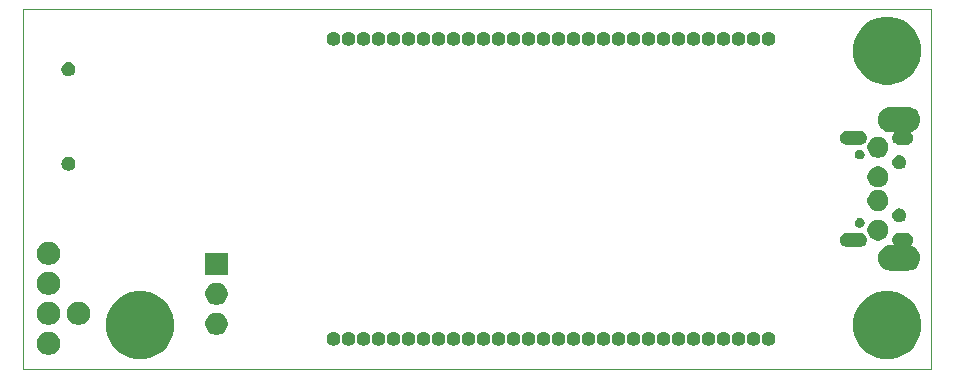
<source format=gbr>
G04 #@! TF.GenerationSoftware,KiCad,Pcbnew,(5.1.5)-3*
G04 #@! TF.CreationDate,2020-07-11T10:03:06+02:00*
G04 #@! TF.ProjectId,switch,73776974-6368-42e6-9b69-6361645f7063,rev?*
G04 #@! TF.SameCoordinates,PX48c2b58PY65ad6b4*
G04 #@! TF.FileFunction,Soldermask,Bot*
G04 #@! TF.FilePolarity,Negative*
%FSLAX46Y46*%
G04 Gerber Fmt 4.6, Leading zero omitted, Abs format (unit mm)*
G04 Created by KiCad (PCBNEW (5.1.5)-3) date 2020-07-11 10:03:06*
%MOMM*%
%LPD*%
G04 APERTURE LIST*
%ADD10C,0.050000*%
%ADD11C,0.020000*%
G04 APERTURE END LIST*
D10*
X0Y30480000D02*
X76862000Y30480000D01*
X0Y0D02*
X0Y30480000D01*
X76862000Y0D02*
X0Y0D01*
X76862000Y30480000D02*
X76862000Y0D01*
D11*
G36*
X73994661Y6460881D02*
G01*
X74520407Y6243110D01*
X74987186Y5931218D01*
X74993569Y5926953D01*
X75395953Y5524569D01*
X75395955Y5524566D01*
X75712110Y5051407D01*
X75929881Y4525661D01*
X76040900Y3967532D01*
X76040900Y3398468D01*
X75929881Y2840339D01*
X75712110Y2314593D01*
X75415410Y1870550D01*
X75395953Y1841431D01*
X74993569Y1439047D01*
X74993566Y1439045D01*
X74520407Y1122890D01*
X73994661Y905119D01*
X73436532Y794100D01*
X72867468Y794100D01*
X72309339Y905119D01*
X71783593Y1122890D01*
X71310434Y1439045D01*
X71310431Y1439047D01*
X70908047Y1841431D01*
X70888590Y1870550D01*
X70591890Y2314593D01*
X70374119Y2840339D01*
X70263100Y3398468D01*
X70263100Y3967532D01*
X70374119Y4525661D01*
X70591890Y5051407D01*
X70908045Y5524566D01*
X70908047Y5524569D01*
X71310431Y5926953D01*
X71316814Y5931218D01*
X71783593Y6243110D01*
X72309339Y6460881D01*
X72867468Y6571900D01*
X73436532Y6571900D01*
X73994661Y6460881D01*
G37*
G36*
X10748661Y6460881D02*
G01*
X11274407Y6243110D01*
X11741186Y5931218D01*
X11747569Y5926953D01*
X12149953Y5524569D01*
X12149955Y5524566D01*
X12466110Y5051407D01*
X12683881Y4525661D01*
X12794900Y3967532D01*
X12794900Y3398468D01*
X12683881Y2840339D01*
X12466110Y2314593D01*
X12169410Y1870550D01*
X12149953Y1841431D01*
X11747569Y1439047D01*
X11747566Y1439045D01*
X11274407Y1122890D01*
X10748661Y905119D01*
X10190532Y794100D01*
X9621468Y794100D01*
X9063339Y905119D01*
X8537593Y1122890D01*
X8064434Y1439045D01*
X8064431Y1439047D01*
X7662047Y1841431D01*
X7642590Y1870550D01*
X7345890Y2314593D01*
X7128119Y2840339D01*
X7017100Y3398468D01*
X7017100Y3967532D01*
X7128119Y4525661D01*
X7345890Y5051407D01*
X7662045Y5524566D01*
X7662047Y5524569D01*
X8064431Y5926953D01*
X8070814Y5931218D01*
X8537593Y6243110D01*
X9063339Y6460881D01*
X9621468Y6571900D01*
X10190532Y6571900D01*
X10748661Y6460881D01*
G37*
G36*
X2447452Y3109897D02*
G01*
X2627420Y3035352D01*
X2627423Y3035350D01*
X2789388Y2927129D01*
X2927129Y2789388D01*
X2978987Y2711776D01*
X3035352Y2627420D01*
X3109897Y2447452D01*
X3147900Y2256398D01*
X3147900Y2061602D01*
X3109897Y1870548D01*
X3035352Y1690580D01*
X3035350Y1690577D01*
X2927129Y1528612D01*
X2789388Y1390871D01*
X2627423Y1282650D01*
X2627420Y1282648D01*
X2447452Y1208103D01*
X2256398Y1170100D01*
X2061602Y1170100D01*
X1870548Y1208103D01*
X1690580Y1282648D01*
X1690577Y1282650D01*
X1528612Y1390871D01*
X1390871Y1528612D01*
X1282650Y1690577D01*
X1282648Y1690580D01*
X1208103Y1870548D01*
X1170100Y2061602D01*
X1170100Y2256398D01*
X1208103Y2447452D01*
X1282648Y2627420D01*
X1339013Y2711776D01*
X1390871Y2789388D01*
X1528612Y2927129D01*
X1690577Y3035350D01*
X1690580Y3035352D01*
X1870548Y3109897D01*
X2061602Y3147900D01*
X2256398Y3147900D01*
X2447452Y3109897D01*
G37*
G36*
X31441127Y3126090D02*
G01*
X31540773Y3106270D01*
X31647952Y3061875D01*
X31744403Y2997429D01*
X31826429Y2915403D01*
X31890875Y2818952D01*
X31935270Y2711773D01*
X31957900Y2598001D01*
X31957900Y2481999D01*
X31935270Y2368227D01*
X31890875Y2261048D01*
X31826429Y2164597D01*
X31744403Y2082571D01*
X31647952Y2018125D01*
X31540773Y1973730D01*
X31441127Y1953910D01*
X31427002Y1951100D01*
X31310998Y1951100D01*
X31296873Y1953910D01*
X31197227Y1973730D01*
X31090048Y2018125D01*
X30993597Y2082571D01*
X30911571Y2164597D01*
X30847125Y2261048D01*
X30802730Y2368227D01*
X30780100Y2481999D01*
X30780100Y2598001D01*
X30802730Y2711773D01*
X30847125Y2818952D01*
X30911571Y2915403D01*
X30993597Y2997429D01*
X31090048Y3061875D01*
X31197227Y3106270D01*
X31296873Y3126090D01*
X31310998Y3128900D01*
X31427002Y3128900D01*
X31441127Y3126090D01*
G37*
G36*
X44141127Y3126090D02*
G01*
X44240773Y3106270D01*
X44347952Y3061875D01*
X44444403Y2997429D01*
X44526429Y2915403D01*
X44590875Y2818952D01*
X44635270Y2711773D01*
X44657900Y2598001D01*
X44657900Y2481999D01*
X44635270Y2368227D01*
X44590875Y2261048D01*
X44526429Y2164597D01*
X44444403Y2082571D01*
X44347952Y2018125D01*
X44240773Y1973730D01*
X44141127Y1953910D01*
X44127002Y1951100D01*
X44010998Y1951100D01*
X43996873Y1953910D01*
X43897227Y1973730D01*
X43790048Y2018125D01*
X43693597Y2082571D01*
X43611571Y2164597D01*
X43547125Y2261048D01*
X43502730Y2368227D01*
X43480100Y2481999D01*
X43480100Y2598001D01*
X43502730Y2711773D01*
X43547125Y2818952D01*
X43611571Y2915403D01*
X43693597Y2997429D01*
X43790048Y3061875D01*
X43897227Y3106270D01*
X43996873Y3126090D01*
X44010998Y3128900D01*
X44127002Y3128900D01*
X44141127Y3126090D01*
G37*
G36*
X45411127Y3126090D02*
G01*
X45510773Y3106270D01*
X45617952Y3061875D01*
X45714403Y2997429D01*
X45796429Y2915403D01*
X45860875Y2818952D01*
X45905270Y2711773D01*
X45927900Y2598001D01*
X45927900Y2481999D01*
X45905270Y2368227D01*
X45860875Y2261048D01*
X45796429Y2164597D01*
X45714403Y2082571D01*
X45617952Y2018125D01*
X45510773Y1973730D01*
X45411127Y1953910D01*
X45397002Y1951100D01*
X45280998Y1951100D01*
X45266873Y1953910D01*
X45167227Y1973730D01*
X45060048Y2018125D01*
X44963597Y2082571D01*
X44881571Y2164597D01*
X44817125Y2261048D01*
X44772730Y2368227D01*
X44750100Y2481999D01*
X44750100Y2598001D01*
X44772730Y2711773D01*
X44817125Y2818952D01*
X44881571Y2915403D01*
X44963597Y2997429D01*
X45060048Y3061875D01*
X45167227Y3106270D01*
X45266873Y3126090D01*
X45280998Y3128900D01*
X45397002Y3128900D01*
X45411127Y3126090D01*
G37*
G36*
X46681127Y3126090D02*
G01*
X46780773Y3106270D01*
X46887952Y3061875D01*
X46984403Y2997429D01*
X47066429Y2915403D01*
X47130875Y2818952D01*
X47175270Y2711773D01*
X47197900Y2598001D01*
X47197900Y2481999D01*
X47175270Y2368227D01*
X47130875Y2261048D01*
X47066429Y2164597D01*
X46984403Y2082571D01*
X46887952Y2018125D01*
X46780773Y1973730D01*
X46681127Y1953910D01*
X46667002Y1951100D01*
X46550998Y1951100D01*
X46536873Y1953910D01*
X46437227Y1973730D01*
X46330048Y2018125D01*
X46233597Y2082571D01*
X46151571Y2164597D01*
X46087125Y2261048D01*
X46042730Y2368227D01*
X46020100Y2481999D01*
X46020100Y2598001D01*
X46042730Y2711773D01*
X46087125Y2818952D01*
X46151571Y2915403D01*
X46233597Y2997429D01*
X46330048Y3061875D01*
X46437227Y3106270D01*
X46536873Y3126090D01*
X46550998Y3128900D01*
X46667002Y3128900D01*
X46681127Y3126090D01*
G37*
G36*
X47951127Y3126090D02*
G01*
X48050773Y3106270D01*
X48157952Y3061875D01*
X48254403Y2997429D01*
X48336429Y2915403D01*
X48400875Y2818952D01*
X48445270Y2711773D01*
X48467900Y2598001D01*
X48467900Y2481999D01*
X48445270Y2368227D01*
X48400875Y2261048D01*
X48336429Y2164597D01*
X48254403Y2082571D01*
X48157952Y2018125D01*
X48050773Y1973730D01*
X47951127Y1953910D01*
X47937002Y1951100D01*
X47820998Y1951100D01*
X47806873Y1953910D01*
X47707227Y1973730D01*
X47600048Y2018125D01*
X47503597Y2082571D01*
X47421571Y2164597D01*
X47357125Y2261048D01*
X47312730Y2368227D01*
X47290100Y2481999D01*
X47290100Y2598001D01*
X47312730Y2711773D01*
X47357125Y2818952D01*
X47421571Y2915403D01*
X47503597Y2997429D01*
X47600048Y3061875D01*
X47707227Y3106270D01*
X47806873Y3126090D01*
X47820998Y3128900D01*
X47937002Y3128900D01*
X47951127Y3126090D01*
G37*
G36*
X49221127Y3126090D02*
G01*
X49320773Y3106270D01*
X49427952Y3061875D01*
X49524403Y2997429D01*
X49606429Y2915403D01*
X49670875Y2818952D01*
X49715270Y2711773D01*
X49737900Y2598001D01*
X49737900Y2481999D01*
X49715270Y2368227D01*
X49670875Y2261048D01*
X49606429Y2164597D01*
X49524403Y2082571D01*
X49427952Y2018125D01*
X49320773Y1973730D01*
X49221127Y1953910D01*
X49207002Y1951100D01*
X49090998Y1951100D01*
X49076873Y1953910D01*
X48977227Y1973730D01*
X48870048Y2018125D01*
X48773597Y2082571D01*
X48691571Y2164597D01*
X48627125Y2261048D01*
X48582730Y2368227D01*
X48560100Y2481999D01*
X48560100Y2598001D01*
X48582730Y2711773D01*
X48627125Y2818952D01*
X48691571Y2915403D01*
X48773597Y2997429D01*
X48870048Y3061875D01*
X48977227Y3106270D01*
X49076873Y3126090D01*
X49090998Y3128900D01*
X49207002Y3128900D01*
X49221127Y3126090D01*
G37*
G36*
X50491127Y3126090D02*
G01*
X50590773Y3106270D01*
X50697952Y3061875D01*
X50794403Y2997429D01*
X50876429Y2915403D01*
X50940875Y2818952D01*
X50985270Y2711773D01*
X51007900Y2598001D01*
X51007900Y2481999D01*
X50985270Y2368227D01*
X50940875Y2261048D01*
X50876429Y2164597D01*
X50794403Y2082571D01*
X50697952Y2018125D01*
X50590773Y1973730D01*
X50491127Y1953910D01*
X50477002Y1951100D01*
X50360998Y1951100D01*
X50346873Y1953910D01*
X50247227Y1973730D01*
X50140048Y2018125D01*
X50043597Y2082571D01*
X49961571Y2164597D01*
X49897125Y2261048D01*
X49852730Y2368227D01*
X49830100Y2481999D01*
X49830100Y2598001D01*
X49852730Y2711773D01*
X49897125Y2818952D01*
X49961571Y2915403D01*
X50043597Y2997429D01*
X50140048Y3061875D01*
X50247227Y3106270D01*
X50346873Y3126090D01*
X50360998Y3128900D01*
X50477002Y3128900D01*
X50491127Y3126090D01*
G37*
G36*
X51761127Y3126090D02*
G01*
X51860773Y3106270D01*
X51967952Y3061875D01*
X52064403Y2997429D01*
X52146429Y2915403D01*
X52210875Y2818952D01*
X52255270Y2711773D01*
X52277900Y2598001D01*
X52277900Y2481999D01*
X52255270Y2368227D01*
X52210875Y2261048D01*
X52146429Y2164597D01*
X52064403Y2082571D01*
X51967952Y2018125D01*
X51860773Y1973730D01*
X51761127Y1953910D01*
X51747002Y1951100D01*
X51630998Y1951100D01*
X51616873Y1953910D01*
X51517227Y1973730D01*
X51410048Y2018125D01*
X51313597Y2082571D01*
X51231571Y2164597D01*
X51167125Y2261048D01*
X51122730Y2368227D01*
X51100100Y2481999D01*
X51100100Y2598001D01*
X51122730Y2711773D01*
X51167125Y2818952D01*
X51231571Y2915403D01*
X51313597Y2997429D01*
X51410048Y3061875D01*
X51517227Y3106270D01*
X51616873Y3126090D01*
X51630998Y3128900D01*
X51747002Y3128900D01*
X51761127Y3126090D01*
G37*
G36*
X54301127Y3126090D02*
G01*
X54400773Y3106270D01*
X54507952Y3061875D01*
X54604403Y2997429D01*
X54686429Y2915403D01*
X54750875Y2818952D01*
X54795270Y2711773D01*
X54817900Y2598001D01*
X54817900Y2481999D01*
X54795270Y2368227D01*
X54750875Y2261048D01*
X54686429Y2164597D01*
X54604403Y2082571D01*
X54507952Y2018125D01*
X54400773Y1973730D01*
X54301127Y1953910D01*
X54287002Y1951100D01*
X54170998Y1951100D01*
X54156873Y1953910D01*
X54057227Y1973730D01*
X53950048Y2018125D01*
X53853597Y2082571D01*
X53771571Y2164597D01*
X53707125Y2261048D01*
X53662730Y2368227D01*
X53640100Y2481999D01*
X53640100Y2598001D01*
X53662730Y2711773D01*
X53707125Y2818952D01*
X53771571Y2915403D01*
X53853597Y2997429D01*
X53950048Y3061875D01*
X54057227Y3106270D01*
X54156873Y3126090D01*
X54170998Y3128900D01*
X54287002Y3128900D01*
X54301127Y3126090D01*
G37*
G36*
X55571127Y3126090D02*
G01*
X55670773Y3106270D01*
X55777952Y3061875D01*
X55874403Y2997429D01*
X55956429Y2915403D01*
X56020875Y2818952D01*
X56065270Y2711773D01*
X56087900Y2598001D01*
X56087900Y2481999D01*
X56065270Y2368227D01*
X56020875Y2261048D01*
X55956429Y2164597D01*
X55874403Y2082571D01*
X55777952Y2018125D01*
X55670773Y1973730D01*
X55571127Y1953910D01*
X55557002Y1951100D01*
X55440998Y1951100D01*
X55426873Y1953910D01*
X55327227Y1973730D01*
X55220048Y2018125D01*
X55123597Y2082571D01*
X55041571Y2164597D01*
X54977125Y2261048D01*
X54932730Y2368227D01*
X54910100Y2481999D01*
X54910100Y2598001D01*
X54932730Y2711773D01*
X54977125Y2818952D01*
X55041571Y2915403D01*
X55123597Y2997429D01*
X55220048Y3061875D01*
X55327227Y3106270D01*
X55426873Y3126090D01*
X55440998Y3128900D01*
X55557002Y3128900D01*
X55571127Y3126090D01*
G37*
G36*
X56841127Y3126090D02*
G01*
X56940773Y3106270D01*
X57047952Y3061875D01*
X57144403Y2997429D01*
X57226429Y2915403D01*
X57290875Y2818952D01*
X57335270Y2711773D01*
X57357900Y2598001D01*
X57357900Y2481999D01*
X57335270Y2368227D01*
X57290875Y2261048D01*
X57226429Y2164597D01*
X57144403Y2082571D01*
X57047952Y2018125D01*
X56940773Y1973730D01*
X56841127Y1953910D01*
X56827002Y1951100D01*
X56710998Y1951100D01*
X56696873Y1953910D01*
X56597227Y1973730D01*
X56490048Y2018125D01*
X56393597Y2082571D01*
X56311571Y2164597D01*
X56247125Y2261048D01*
X56202730Y2368227D01*
X56180100Y2481999D01*
X56180100Y2598001D01*
X56202730Y2711773D01*
X56247125Y2818952D01*
X56311571Y2915403D01*
X56393597Y2997429D01*
X56490048Y3061875D01*
X56597227Y3106270D01*
X56696873Y3126090D01*
X56710998Y3128900D01*
X56827002Y3128900D01*
X56841127Y3126090D01*
G37*
G36*
X58111127Y3126090D02*
G01*
X58210773Y3106270D01*
X58317952Y3061875D01*
X58414403Y2997429D01*
X58496429Y2915403D01*
X58560875Y2818952D01*
X58605270Y2711773D01*
X58627900Y2598001D01*
X58627900Y2481999D01*
X58605270Y2368227D01*
X58560875Y2261048D01*
X58496429Y2164597D01*
X58414403Y2082571D01*
X58317952Y2018125D01*
X58210773Y1973730D01*
X58111127Y1953910D01*
X58097002Y1951100D01*
X57980998Y1951100D01*
X57966873Y1953910D01*
X57867227Y1973730D01*
X57760048Y2018125D01*
X57663597Y2082571D01*
X57581571Y2164597D01*
X57517125Y2261048D01*
X57472730Y2368227D01*
X57450100Y2481999D01*
X57450100Y2598001D01*
X57472730Y2711773D01*
X57517125Y2818952D01*
X57581571Y2915403D01*
X57663597Y2997429D01*
X57760048Y3061875D01*
X57867227Y3106270D01*
X57966873Y3126090D01*
X57980998Y3128900D01*
X58097002Y3128900D01*
X58111127Y3126090D01*
G37*
G36*
X59381127Y3126090D02*
G01*
X59480773Y3106270D01*
X59587952Y3061875D01*
X59684403Y2997429D01*
X59766429Y2915403D01*
X59830875Y2818952D01*
X59875270Y2711773D01*
X59897900Y2598001D01*
X59897900Y2481999D01*
X59875270Y2368227D01*
X59830875Y2261048D01*
X59766429Y2164597D01*
X59684403Y2082571D01*
X59587952Y2018125D01*
X59480773Y1973730D01*
X59381127Y1953910D01*
X59367002Y1951100D01*
X59250998Y1951100D01*
X59236873Y1953910D01*
X59137227Y1973730D01*
X59030048Y2018125D01*
X58933597Y2082571D01*
X58851571Y2164597D01*
X58787125Y2261048D01*
X58742730Y2368227D01*
X58720100Y2481999D01*
X58720100Y2598001D01*
X58742730Y2711773D01*
X58787125Y2818952D01*
X58851571Y2915403D01*
X58933597Y2997429D01*
X59030048Y3061875D01*
X59137227Y3106270D01*
X59236873Y3126090D01*
X59250998Y3128900D01*
X59367002Y3128900D01*
X59381127Y3126090D01*
G37*
G36*
X60651127Y3126090D02*
G01*
X60750773Y3106270D01*
X60857952Y3061875D01*
X60954403Y2997429D01*
X61036429Y2915403D01*
X61100875Y2818952D01*
X61145270Y2711773D01*
X61167900Y2598001D01*
X61167900Y2481999D01*
X61145270Y2368227D01*
X61100875Y2261048D01*
X61036429Y2164597D01*
X60954403Y2082571D01*
X60857952Y2018125D01*
X60750773Y1973730D01*
X60651127Y1953910D01*
X60637002Y1951100D01*
X60520998Y1951100D01*
X60506873Y1953910D01*
X60407227Y1973730D01*
X60300048Y2018125D01*
X60203597Y2082571D01*
X60121571Y2164597D01*
X60057125Y2261048D01*
X60012730Y2368227D01*
X59990100Y2481999D01*
X59990100Y2598001D01*
X60012730Y2711773D01*
X60057125Y2818952D01*
X60121571Y2915403D01*
X60203597Y2997429D01*
X60300048Y3061875D01*
X60407227Y3106270D01*
X60506873Y3126090D01*
X60520998Y3128900D01*
X60637002Y3128900D01*
X60651127Y3126090D01*
G37*
G36*
X61921127Y3126090D02*
G01*
X62020773Y3106270D01*
X62127952Y3061875D01*
X62224403Y2997429D01*
X62306429Y2915403D01*
X62370875Y2818952D01*
X62415270Y2711773D01*
X62437900Y2598001D01*
X62437900Y2481999D01*
X62415270Y2368227D01*
X62370875Y2261048D01*
X62306429Y2164597D01*
X62224403Y2082571D01*
X62127952Y2018125D01*
X62020773Y1973730D01*
X61921127Y1953910D01*
X61907002Y1951100D01*
X61790998Y1951100D01*
X61776873Y1953910D01*
X61677227Y1973730D01*
X61570048Y2018125D01*
X61473597Y2082571D01*
X61391571Y2164597D01*
X61327125Y2261048D01*
X61282730Y2368227D01*
X61260100Y2481999D01*
X61260100Y2598001D01*
X61282730Y2711773D01*
X61327125Y2818952D01*
X61391571Y2915403D01*
X61473597Y2997429D01*
X61570048Y3061875D01*
X61677227Y3106270D01*
X61776873Y3126090D01*
X61790998Y3128900D01*
X61907002Y3128900D01*
X61921127Y3126090D01*
G37*
G36*
X63191127Y3126090D02*
G01*
X63290773Y3106270D01*
X63397952Y3061875D01*
X63494403Y2997429D01*
X63576429Y2915403D01*
X63640875Y2818952D01*
X63685270Y2711773D01*
X63707900Y2598001D01*
X63707900Y2481999D01*
X63685270Y2368227D01*
X63640875Y2261048D01*
X63576429Y2164597D01*
X63494403Y2082571D01*
X63397952Y2018125D01*
X63290773Y1973730D01*
X63191127Y1953910D01*
X63177002Y1951100D01*
X63060998Y1951100D01*
X63046873Y1953910D01*
X62947227Y1973730D01*
X62840048Y2018125D01*
X62743597Y2082571D01*
X62661571Y2164597D01*
X62597125Y2261048D01*
X62552730Y2368227D01*
X62530100Y2481999D01*
X62530100Y2598001D01*
X62552730Y2711773D01*
X62597125Y2818952D01*
X62661571Y2915403D01*
X62743597Y2997429D01*
X62840048Y3061875D01*
X62947227Y3106270D01*
X63046873Y3126090D01*
X63060998Y3128900D01*
X63177002Y3128900D01*
X63191127Y3126090D01*
G37*
G36*
X41601127Y3126090D02*
G01*
X41700773Y3106270D01*
X41807952Y3061875D01*
X41904403Y2997429D01*
X41986429Y2915403D01*
X42050875Y2818952D01*
X42095270Y2711773D01*
X42117900Y2598001D01*
X42117900Y2481999D01*
X42095270Y2368227D01*
X42050875Y2261048D01*
X41986429Y2164597D01*
X41904403Y2082571D01*
X41807952Y2018125D01*
X41700773Y1973730D01*
X41601127Y1953910D01*
X41587002Y1951100D01*
X41470998Y1951100D01*
X41456873Y1953910D01*
X41357227Y1973730D01*
X41250048Y2018125D01*
X41153597Y2082571D01*
X41071571Y2164597D01*
X41007125Y2261048D01*
X40962730Y2368227D01*
X40940100Y2481999D01*
X40940100Y2598001D01*
X40962730Y2711773D01*
X41007125Y2818952D01*
X41071571Y2915403D01*
X41153597Y2997429D01*
X41250048Y3061875D01*
X41357227Y3106270D01*
X41456873Y3126090D01*
X41470998Y3128900D01*
X41587002Y3128900D01*
X41601127Y3126090D01*
G37*
G36*
X40331127Y3126090D02*
G01*
X40430773Y3106270D01*
X40537952Y3061875D01*
X40634403Y2997429D01*
X40716429Y2915403D01*
X40780875Y2818952D01*
X40825270Y2711773D01*
X40847900Y2598001D01*
X40847900Y2481999D01*
X40825270Y2368227D01*
X40780875Y2261048D01*
X40716429Y2164597D01*
X40634403Y2082571D01*
X40537952Y2018125D01*
X40430773Y1973730D01*
X40331127Y1953910D01*
X40317002Y1951100D01*
X40200998Y1951100D01*
X40186873Y1953910D01*
X40087227Y1973730D01*
X39980048Y2018125D01*
X39883597Y2082571D01*
X39801571Y2164597D01*
X39737125Y2261048D01*
X39692730Y2368227D01*
X39670100Y2481999D01*
X39670100Y2598001D01*
X39692730Y2711773D01*
X39737125Y2818952D01*
X39801571Y2915403D01*
X39883597Y2997429D01*
X39980048Y3061875D01*
X40087227Y3106270D01*
X40186873Y3126090D01*
X40200998Y3128900D01*
X40317002Y3128900D01*
X40331127Y3126090D01*
G37*
G36*
X39061127Y3126090D02*
G01*
X39160773Y3106270D01*
X39267952Y3061875D01*
X39364403Y2997429D01*
X39446429Y2915403D01*
X39510875Y2818952D01*
X39555270Y2711773D01*
X39577900Y2598001D01*
X39577900Y2481999D01*
X39555270Y2368227D01*
X39510875Y2261048D01*
X39446429Y2164597D01*
X39364403Y2082571D01*
X39267952Y2018125D01*
X39160773Y1973730D01*
X39061127Y1953910D01*
X39047002Y1951100D01*
X38930998Y1951100D01*
X38916873Y1953910D01*
X38817227Y1973730D01*
X38710048Y2018125D01*
X38613597Y2082571D01*
X38531571Y2164597D01*
X38467125Y2261048D01*
X38422730Y2368227D01*
X38400100Y2481999D01*
X38400100Y2598001D01*
X38422730Y2711773D01*
X38467125Y2818952D01*
X38531571Y2915403D01*
X38613597Y2997429D01*
X38710048Y3061875D01*
X38817227Y3106270D01*
X38916873Y3126090D01*
X38930998Y3128900D01*
X39047002Y3128900D01*
X39061127Y3126090D01*
G37*
G36*
X37791127Y3126090D02*
G01*
X37890773Y3106270D01*
X37997952Y3061875D01*
X38094403Y2997429D01*
X38176429Y2915403D01*
X38240875Y2818952D01*
X38285270Y2711773D01*
X38307900Y2598001D01*
X38307900Y2481999D01*
X38285270Y2368227D01*
X38240875Y2261048D01*
X38176429Y2164597D01*
X38094403Y2082571D01*
X37997952Y2018125D01*
X37890773Y1973730D01*
X37791127Y1953910D01*
X37777002Y1951100D01*
X37660998Y1951100D01*
X37646873Y1953910D01*
X37547227Y1973730D01*
X37440048Y2018125D01*
X37343597Y2082571D01*
X37261571Y2164597D01*
X37197125Y2261048D01*
X37152730Y2368227D01*
X37130100Y2481999D01*
X37130100Y2598001D01*
X37152730Y2711773D01*
X37197125Y2818952D01*
X37261571Y2915403D01*
X37343597Y2997429D01*
X37440048Y3061875D01*
X37547227Y3106270D01*
X37646873Y3126090D01*
X37660998Y3128900D01*
X37777002Y3128900D01*
X37791127Y3126090D01*
G37*
G36*
X36521127Y3126090D02*
G01*
X36620773Y3106270D01*
X36727952Y3061875D01*
X36824403Y2997429D01*
X36906429Y2915403D01*
X36970875Y2818952D01*
X37015270Y2711773D01*
X37037900Y2598001D01*
X37037900Y2481999D01*
X37015270Y2368227D01*
X36970875Y2261048D01*
X36906429Y2164597D01*
X36824403Y2082571D01*
X36727952Y2018125D01*
X36620773Y1973730D01*
X36521127Y1953910D01*
X36507002Y1951100D01*
X36390998Y1951100D01*
X36376873Y1953910D01*
X36277227Y1973730D01*
X36170048Y2018125D01*
X36073597Y2082571D01*
X35991571Y2164597D01*
X35927125Y2261048D01*
X35882730Y2368227D01*
X35860100Y2481999D01*
X35860100Y2598001D01*
X35882730Y2711773D01*
X35927125Y2818952D01*
X35991571Y2915403D01*
X36073597Y2997429D01*
X36170048Y3061875D01*
X36277227Y3106270D01*
X36376873Y3126090D01*
X36390998Y3128900D01*
X36507002Y3128900D01*
X36521127Y3126090D01*
G37*
G36*
X35251127Y3126090D02*
G01*
X35350773Y3106270D01*
X35457952Y3061875D01*
X35554403Y2997429D01*
X35636429Y2915403D01*
X35700875Y2818952D01*
X35745270Y2711773D01*
X35767900Y2598001D01*
X35767900Y2481999D01*
X35745270Y2368227D01*
X35700875Y2261048D01*
X35636429Y2164597D01*
X35554403Y2082571D01*
X35457952Y2018125D01*
X35350773Y1973730D01*
X35251127Y1953910D01*
X35237002Y1951100D01*
X35120998Y1951100D01*
X35106873Y1953910D01*
X35007227Y1973730D01*
X34900048Y2018125D01*
X34803597Y2082571D01*
X34721571Y2164597D01*
X34657125Y2261048D01*
X34612730Y2368227D01*
X34590100Y2481999D01*
X34590100Y2598001D01*
X34612730Y2711773D01*
X34657125Y2818952D01*
X34721571Y2915403D01*
X34803597Y2997429D01*
X34900048Y3061875D01*
X35007227Y3106270D01*
X35106873Y3126090D01*
X35120998Y3128900D01*
X35237002Y3128900D01*
X35251127Y3126090D01*
G37*
G36*
X33981127Y3126090D02*
G01*
X34080773Y3106270D01*
X34187952Y3061875D01*
X34284403Y2997429D01*
X34366429Y2915403D01*
X34430875Y2818952D01*
X34475270Y2711773D01*
X34497900Y2598001D01*
X34497900Y2481999D01*
X34475270Y2368227D01*
X34430875Y2261048D01*
X34366429Y2164597D01*
X34284403Y2082571D01*
X34187952Y2018125D01*
X34080773Y1973730D01*
X33981127Y1953910D01*
X33967002Y1951100D01*
X33850998Y1951100D01*
X33836873Y1953910D01*
X33737227Y1973730D01*
X33630048Y2018125D01*
X33533597Y2082571D01*
X33451571Y2164597D01*
X33387125Y2261048D01*
X33342730Y2368227D01*
X33320100Y2481999D01*
X33320100Y2598001D01*
X33342730Y2711773D01*
X33387125Y2818952D01*
X33451571Y2915403D01*
X33533597Y2997429D01*
X33630048Y3061875D01*
X33737227Y3106270D01*
X33836873Y3126090D01*
X33850998Y3128900D01*
X33967002Y3128900D01*
X33981127Y3126090D01*
G37*
G36*
X42871127Y3126090D02*
G01*
X42970773Y3106270D01*
X43077952Y3061875D01*
X43174403Y2997429D01*
X43256429Y2915403D01*
X43320875Y2818952D01*
X43365270Y2711773D01*
X43387900Y2598001D01*
X43387900Y2481999D01*
X43365270Y2368227D01*
X43320875Y2261048D01*
X43256429Y2164597D01*
X43174403Y2082571D01*
X43077952Y2018125D01*
X42970773Y1973730D01*
X42871127Y1953910D01*
X42857002Y1951100D01*
X42740998Y1951100D01*
X42726873Y1953910D01*
X42627227Y1973730D01*
X42520048Y2018125D01*
X42423597Y2082571D01*
X42341571Y2164597D01*
X42277125Y2261048D01*
X42232730Y2368227D01*
X42210100Y2481999D01*
X42210100Y2598001D01*
X42232730Y2711773D01*
X42277125Y2818952D01*
X42341571Y2915403D01*
X42423597Y2997429D01*
X42520048Y3061875D01*
X42627227Y3106270D01*
X42726873Y3126090D01*
X42740998Y3128900D01*
X42857002Y3128900D01*
X42871127Y3126090D01*
G37*
G36*
X30171127Y3126090D02*
G01*
X30270773Y3106270D01*
X30377952Y3061875D01*
X30474403Y2997429D01*
X30556429Y2915403D01*
X30620875Y2818952D01*
X30665270Y2711773D01*
X30687900Y2598001D01*
X30687900Y2481999D01*
X30665270Y2368227D01*
X30620875Y2261048D01*
X30556429Y2164597D01*
X30474403Y2082571D01*
X30377952Y2018125D01*
X30270773Y1973730D01*
X30171127Y1953910D01*
X30157002Y1951100D01*
X30040998Y1951100D01*
X30026873Y1953910D01*
X29927227Y1973730D01*
X29820048Y2018125D01*
X29723597Y2082571D01*
X29641571Y2164597D01*
X29577125Y2261048D01*
X29532730Y2368227D01*
X29510100Y2481999D01*
X29510100Y2598001D01*
X29532730Y2711773D01*
X29577125Y2818952D01*
X29641571Y2915403D01*
X29723597Y2997429D01*
X29820048Y3061875D01*
X29927227Y3106270D01*
X30026873Y3126090D01*
X30040998Y3128900D01*
X30157002Y3128900D01*
X30171127Y3126090D01*
G37*
G36*
X28901127Y3126090D02*
G01*
X29000773Y3106270D01*
X29107952Y3061875D01*
X29204403Y2997429D01*
X29286429Y2915403D01*
X29350875Y2818952D01*
X29395270Y2711773D01*
X29417900Y2598001D01*
X29417900Y2481999D01*
X29395270Y2368227D01*
X29350875Y2261048D01*
X29286429Y2164597D01*
X29204403Y2082571D01*
X29107952Y2018125D01*
X29000773Y1973730D01*
X28901127Y1953910D01*
X28887002Y1951100D01*
X28770998Y1951100D01*
X28756873Y1953910D01*
X28657227Y1973730D01*
X28550048Y2018125D01*
X28453597Y2082571D01*
X28371571Y2164597D01*
X28307125Y2261048D01*
X28262730Y2368227D01*
X28240100Y2481999D01*
X28240100Y2598001D01*
X28262730Y2711773D01*
X28307125Y2818952D01*
X28371571Y2915403D01*
X28453597Y2997429D01*
X28550048Y3061875D01*
X28657227Y3106270D01*
X28756873Y3126090D01*
X28770998Y3128900D01*
X28887002Y3128900D01*
X28901127Y3126090D01*
G37*
G36*
X27631127Y3126090D02*
G01*
X27730773Y3106270D01*
X27837952Y3061875D01*
X27934403Y2997429D01*
X28016429Y2915403D01*
X28080875Y2818952D01*
X28125270Y2711773D01*
X28147900Y2598001D01*
X28147900Y2481999D01*
X28125270Y2368227D01*
X28080875Y2261048D01*
X28016429Y2164597D01*
X27934403Y2082571D01*
X27837952Y2018125D01*
X27730773Y1973730D01*
X27631127Y1953910D01*
X27617002Y1951100D01*
X27500998Y1951100D01*
X27486873Y1953910D01*
X27387227Y1973730D01*
X27280048Y2018125D01*
X27183597Y2082571D01*
X27101571Y2164597D01*
X27037125Y2261048D01*
X26992730Y2368227D01*
X26970100Y2481999D01*
X26970100Y2598001D01*
X26992730Y2711773D01*
X27037125Y2818952D01*
X27101571Y2915403D01*
X27183597Y2997429D01*
X27280048Y3061875D01*
X27387227Y3106270D01*
X27486873Y3126090D01*
X27500998Y3128900D01*
X27617002Y3128900D01*
X27631127Y3126090D01*
G37*
G36*
X26361127Y3126090D02*
G01*
X26460773Y3106270D01*
X26567952Y3061875D01*
X26664403Y2997429D01*
X26746429Y2915403D01*
X26810875Y2818952D01*
X26855270Y2711773D01*
X26877900Y2598001D01*
X26877900Y2481999D01*
X26855270Y2368227D01*
X26810875Y2261048D01*
X26746429Y2164597D01*
X26664403Y2082571D01*
X26567952Y2018125D01*
X26460773Y1973730D01*
X26361127Y1953910D01*
X26347002Y1951100D01*
X26230998Y1951100D01*
X26216873Y1953910D01*
X26117227Y1973730D01*
X26010048Y2018125D01*
X25913597Y2082571D01*
X25831571Y2164597D01*
X25767125Y2261048D01*
X25722730Y2368227D01*
X25700100Y2481999D01*
X25700100Y2598001D01*
X25722730Y2711773D01*
X25767125Y2818952D01*
X25831571Y2915403D01*
X25913597Y2997429D01*
X26010048Y3061875D01*
X26117227Y3106270D01*
X26216873Y3126090D01*
X26230998Y3128900D01*
X26347002Y3128900D01*
X26361127Y3126090D01*
G37*
G36*
X53031127Y3126090D02*
G01*
X53130773Y3106270D01*
X53237952Y3061875D01*
X53334403Y2997429D01*
X53416429Y2915403D01*
X53480875Y2818952D01*
X53525270Y2711773D01*
X53547900Y2598001D01*
X53547900Y2481999D01*
X53525270Y2368227D01*
X53480875Y2261048D01*
X53416429Y2164597D01*
X53334403Y2082571D01*
X53237952Y2018125D01*
X53130773Y1973730D01*
X53031127Y1953910D01*
X53017002Y1951100D01*
X52900998Y1951100D01*
X52886873Y1953910D01*
X52787227Y1973730D01*
X52680048Y2018125D01*
X52583597Y2082571D01*
X52501571Y2164597D01*
X52437125Y2261048D01*
X52392730Y2368227D01*
X52370100Y2481999D01*
X52370100Y2598001D01*
X52392730Y2711773D01*
X52437125Y2818952D01*
X52501571Y2915403D01*
X52583597Y2997429D01*
X52680048Y3061875D01*
X52787227Y3106270D01*
X52886873Y3126090D01*
X52900998Y3128900D01*
X53017002Y3128900D01*
X53031127Y3126090D01*
G37*
G36*
X32711127Y3126090D02*
G01*
X32810773Y3106270D01*
X32917952Y3061875D01*
X33014403Y2997429D01*
X33096429Y2915403D01*
X33160875Y2818952D01*
X33205270Y2711773D01*
X33227900Y2598001D01*
X33227900Y2481999D01*
X33205270Y2368227D01*
X33160875Y2261048D01*
X33096429Y2164597D01*
X33014403Y2082571D01*
X32917952Y2018125D01*
X32810773Y1973730D01*
X32711127Y1953910D01*
X32697002Y1951100D01*
X32580998Y1951100D01*
X32566873Y1953910D01*
X32467227Y1973730D01*
X32360048Y2018125D01*
X32263597Y2082571D01*
X32181571Y2164597D01*
X32117125Y2261048D01*
X32072730Y2368227D01*
X32050100Y2481999D01*
X32050100Y2598001D01*
X32072730Y2711773D01*
X32117125Y2818952D01*
X32181571Y2915403D01*
X32263597Y2997429D01*
X32360048Y3061875D01*
X32467227Y3106270D01*
X32566873Y3126090D01*
X32580998Y3128900D01*
X32697002Y3128900D01*
X32711127Y3126090D01*
G37*
G36*
X16656867Y4712819D02*
G01*
X16827736Y4642042D01*
X16981514Y4539291D01*
X17112291Y4408514D01*
X17215042Y4254736D01*
X17285819Y4083867D01*
X17321900Y3902474D01*
X17321900Y3717526D01*
X17285819Y3536133D01*
X17215042Y3365264D01*
X17112291Y3211486D01*
X16981514Y3080709D01*
X16827736Y2977958D01*
X16656867Y2907181D01*
X16475474Y2871100D01*
X16290526Y2871100D01*
X16109133Y2907181D01*
X15938264Y2977958D01*
X15784486Y3080709D01*
X15653709Y3211486D01*
X15550958Y3365264D01*
X15480181Y3536133D01*
X15444100Y3717526D01*
X15444100Y3902474D01*
X15480181Y4083867D01*
X15550958Y4254736D01*
X15653709Y4408514D01*
X15784486Y4539291D01*
X15938264Y4642042D01*
X16109133Y4712819D01*
X16290526Y4748900D01*
X16475474Y4748900D01*
X16656867Y4712819D01*
G37*
G36*
X4987452Y5649897D02*
G01*
X5167420Y5575352D01*
X5167423Y5575350D01*
X5329388Y5467129D01*
X5467129Y5329388D01*
X5575350Y5167423D01*
X5575352Y5167420D01*
X5649897Y4987452D01*
X5687900Y4796398D01*
X5687900Y4601602D01*
X5649897Y4410548D01*
X5575352Y4230580D01*
X5575350Y4230577D01*
X5467129Y4068612D01*
X5329388Y3930871D01*
X5167423Y3822650D01*
X5167420Y3822648D01*
X4987452Y3748103D01*
X4796398Y3710100D01*
X4601602Y3710100D01*
X4410548Y3748103D01*
X4230580Y3822648D01*
X4230577Y3822650D01*
X4068612Y3930871D01*
X3930871Y4068612D01*
X3822650Y4230577D01*
X3822648Y4230580D01*
X3748103Y4410548D01*
X3710100Y4601602D01*
X3710100Y4796398D01*
X3748103Y4987452D01*
X3822648Y5167420D01*
X3822650Y5167423D01*
X3930871Y5329388D01*
X4068612Y5467129D01*
X4230577Y5575350D01*
X4230580Y5575352D01*
X4410548Y5649897D01*
X4601602Y5687900D01*
X4796398Y5687900D01*
X4987452Y5649897D01*
G37*
G36*
X2447452Y5649897D02*
G01*
X2627420Y5575352D01*
X2627423Y5575350D01*
X2789388Y5467129D01*
X2927129Y5329388D01*
X3035350Y5167423D01*
X3035352Y5167420D01*
X3109897Y4987452D01*
X3147900Y4796398D01*
X3147900Y4601602D01*
X3109897Y4410548D01*
X3035352Y4230580D01*
X3035350Y4230577D01*
X2927129Y4068612D01*
X2789388Y3930871D01*
X2627423Y3822650D01*
X2627420Y3822648D01*
X2447452Y3748103D01*
X2256398Y3710100D01*
X2061602Y3710100D01*
X1870548Y3748103D01*
X1690580Y3822648D01*
X1690577Y3822650D01*
X1528612Y3930871D01*
X1390871Y4068612D01*
X1282650Y4230577D01*
X1282648Y4230580D01*
X1208103Y4410548D01*
X1170100Y4601602D01*
X1170100Y4796398D01*
X1208103Y4987452D01*
X1282648Y5167420D01*
X1282650Y5167423D01*
X1390871Y5329388D01*
X1528612Y5467129D01*
X1690577Y5575350D01*
X1690580Y5575352D01*
X1870548Y5649897D01*
X2061602Y5687900D01*
X2256398Y5687900D01*
X2447452Y5649897D01*
G37*
G36*
X16656867Y7252819D02*
G01*
X16827736Y7182042D01*
X16981514Y7079291D01*
X17112291Y6948514D01*
X17215042Y6794736D01*
X17285819Y6623867D01*
X17321900Y6442474D01*
X17321900Y6257526D01*
X17285819Y6076133D01*
X17215042Y5905264D01*
X17112291Y5751486D01*
X16981514Y5620709D01*
X16827736Y5517958D01*
X16656867Y5447181D01*
X16475474Y5411100D01*
X16290526Y5411100D01*
X16109133Y5447181D01*
X15938264Y5517958D01*
X15784486Y5620709D01*
X15653709Y5751486D01*
X15550958Y5905264D01*
X15480181Y6076133D01*
X15444100Y6257526D01*
X15444100Y6442474D01*
X15480181Y6623867D01*
X15550958Y6794736D01*
X15653709Y6948514D01*
X15784486Y7079291D01*
X15938264Y7182042D01*
X16109133Y7252819D01*
X16290526Y7288900D01*
X16475474Y7288900D01*
X16656867Y7252819D01*
G37*
G36*
X2447452Y8189897D02*
G01*
X2627420Y8115352D01*
X2627423Y8115350D01*
X2789388Y8007129D01*
X2927129Y7869388D01*
X3035350Y7707423D01*
X3035352Y7707420D01*
X3109897Y7527452D01*
X3147900Y7336398D01*
X3147900Y7141602D01*
X3109897Y6950548D01*
X3035352Y6770580D01*
X3035350Y6770577D01*
X2927129Y6608612D01*
X2789388Y6470871D01*
X2627423Y6362650D01*
X2627420Y6362648D01*
X2447452Y6288103D01*
X2256398Y6250100D01*
X2061602Y6250100D01*
X1870548Y6288103D01*
X1690580Y6362648D01*
X1690577Y6362650D01*
X1528612Y6470871D01*
X1390871Y6608612D01*
X1282650Y6770577D01*
X1282648Y6770580D01*
X1208103Y6950548D01*
X1170100Y7141602D01*
X1170100Y7336398D01*
X1208103Y7527452D01*
X1282648Y7707420D01*
X1282650Y7707423D01*
X1390871Y7869388D01*
X1528612Y8007129D01*
X1690577Y8115350D01*
X1690580Y8115352D01*
X1870548Y8189897D01*
X2061602Y8227900D01*
X2256398Y8227900D01*
X2447452Y8189897D01*
G37*
G36*
X17321900Y7951100D02*
G01*
X15444100Y7951100D01*
X15444100Y9828900D01*
X17321900Y9828900D01*
X17321900Y7951100D01*
G37*
G36*
X74904445Y11500379D02*
G01*
X75015453Y11466705D01*
X75015455Y11466704D01*
X75117755Y11412023D01*
X75117756Y11412022D01*
X75117758Y11412021D01*
X75207430Y11338430D01*
X75281021Y11248758D01*
X75335705Y11146453D01*
X75369379Y11035445D01*
X75380749Y10920000D01*
X75369379Y10804555D01*
X75335705Y10693547D01*
X75281021Y10591242D01*
X75207430Y10501570D01*
X75207428Y10501568D01*
X75206500Y10500807D01*
X75200338Y10494646D01*
X75195497Y10487401D01*
X75192162Y10479351D01*
X75190462Y10470805D01*
X75190462Y10462092D01*
X75192162Y10453545D01*
X75195496Y10445495D01*
X75200337Y10438250D01*
X75206498Y10432088D01*
X75213743Y10427247D01*
X75221794Y10423912D01*
X75297722Y10400879D01*
X75486884Y10299769D01*
X75486885Y10299768D01*
X75486887Y10299767D01*
X75652694Y10163694D01*
X75731679Y10067450D01*
X75788769Y9997884D01*
X75889879Y9808722D01*
X75952144Y9603462D01*
X75973168Y9390000D01*
X75952144Y9176538D01*
X75889879Y8971278D01*
X75788769Y8782116D01*
X75788767Y8782113D01*
X75652694Y8616306D01*
X75486887Y8480233D01*
X75486885Y8480232D01*
X75486884Y8480231D01*
X75297722Y8379121D01*
X75092462Y8316856D01*
X74932487Y8301100D01*
X73425513Y8301100D01*
X73265538Y8316856D01*
X73060278Y8379121D01*
X72871116Y8480231D01*
X72871115Y8480232D01*
X72871113Y8480233D01*
X72705306Y8616306D01*
X72569233Y8782113D01*
X72569231Y8782116D01*
X72468121Y8971278D01*
X72405856Y9176538D01*
X72384832Y9390000D01*
X72405856Y9603462D01*
X72468121Y9808722D01*
X72569231Y9997884D01*
X72626322Y10067450D01*
X72705306Y10163694D01*
X72871113Y10299767D01*
X72871115Y10299768D01*
X72871116Y10299769D01*
X73060278Y10400879D01*
X73265538Y10463144D01*
X73425513Y10478900D01*
X73695196Y10478900D01*
X73703868Y10479754D01*
X73712206Y10482283D01*
X73719891Y10486391D01*
X73726626Y10491919D01*
X73732154Y10498654D01*
X73736262Y10506339D01*
X73738791Y10514677D01*
X73739645Y10523349D01*
X73738791Y10532021D01*
X73736262Y10540359D01*
X73729558Y10551544D01*
X73712975Y10571751D01*
X73696976Y10591245D01*
X73642296Y10693545D01*
X73631269Y10729897D01*
X73608621Y10804555D01*
X73597251Y10920000D01*
X73608621Y11035445D01*
X73642295Y11146453D01*
X73696979Y11248758D01*
X73770570Y11338430D01*
X73860242Y11412021D01*
X73860244Y11412022D01*
X73860245Y11412023D01*
X73962545Y11466704D01*
X73962547Y11466705D01*
X74073555Y11500379D01*
X74160073Y11508900D01*
X74817927Y11508900D01*
X74904445Y11500379D01*
G37*
G36*
X2447452Y10729897D02*
G01*
X2627420Y10655352D01*
X2627423Y10655350D01*
X2789388Y10547129D01*
X2927129Y10409388D01*
X3000375Y10299767D01*
X3035352Y10247420D01*
X3109897Y10067452D01*
X3147900Y9876398D01*
X3147900Y9681602D01*
X3109897Y9490548D01*
X3035352Y9310580D01*
X3035350Y9310577D01*
X2927129Y9148612D01*
X2789388Y9010871D01*
X2627423Y8902650D01*
X2627420Y8902648D01*
X2447452Y8828103D01*
X2256398Y8790100D01*
X2061602Y8790100D01*
X1870548Y8828103D01*
X1690580Y8902648D01*
X1690577Y8902650D01*
X1528612Y9010871D01*
X1390871Y9148612D01*
X1282650Y9310577D01*
X1282648Y9310580D01*
X1208103Y9490548D01*
X1170100Y9681602D01*
X1170100Y9876398D01*
X1208103Y10067452D01*
X1282648Y10247420D01*
X1317625Y10299767D01*
X1390871Y10409388D01*
X1528612Y10547129D01*
X1690577Y10655350D01*
X1690580Y10655352D01*
X1870548Y10729897D01*
X2061602Y10767900D01*
X2256398Y10767900D01*
X2447452Y10729897D01*
G37*
G36*
X70974445Y11500379D02*
G01*
X71085453Y11466705D01*
X71085455Y11466704D01*
X71187755Y11412023D01*
X71187756Y11412022D01*
X71187758Y11412021D01*
X71277430Y11338430D01*
X71351021Y11248758D01*
X71405705Y11146453D01*
X71439379Y11035445D01*
X71450749Y10920000D01*
X71439379Y10804555D01*
X71405705Y10693547D01*
X71351021Y10591242D01*
X71277430Y10501570D01*
X71187758Y10427979D01*
X71187756Y10427978D01*
X71187755Y10427977D01*
X71085455Y10373296D01*
X71085453Y10373295D01*
X70974445Y10339621D01*
X70887927Y10331100D01*
X69730073Y10331100D01*
X69643555Y10339621D01*
X69532547Y10373295D01*
X69532545Y10373296D01*
X69430245Y10427977D01*
X69430244Y10427978D01*
X69430242Y10427979D01*
X69340570Y10501570D01*
X69266979Y10591242D01*
X69212295Y10693547D01*
X69178621Y10804555D01*
X69167251Y10920000D01*
X69178621Y11035445D01*
X69212295Y11146453D01*
X69266979Y11248758D01*
X69340570Y11338430D01*
X69430242Y11412021D01*
X69430244Y11412022D01*
X69430245Y11412023D01*
X69532545Y11466704D01*
X69532547Y11466705D01*
X69643555Y11500379D01*
X69730073Y11508900D01*
X70887927Y11508900D01*
X70974445Y11500379D01*
G37*
G36*
X72638283Y12594740D02*
G01*
X72800052Y12527733D01*
X72945641Y12430454D01*
X73069454Y12306641D01*
X73166733Y12161052D01*
X73233740Y11999283D01*
X73267900Y11827549D01*
X73267900Y11652451D01*
X73233740Y11480717D01*
X73166733Y11318948D01*
X73069454Y11173359D01*
X72945641Y11049546D01*
X72800052Y10952267D01*
X72638283Y10885260D01*
X72466549Y10851100D01*
X72291451Y10851100D01*
X72119717Y10885260D01*
X71957948Y10952267D01*
X71812359Y11049546D01*
X71688546Y11173359D01*
X71591267Y11318948D01*
X71524260Y11480717D01*
X71490100Y11652451D01*
X71490100Y11827549D01*
X71524260Y11999283D01*
X71591267Y12161052D01*
X71688546Y12306641D01*
X71812359Y12430454D01*
X71957948Y12527733D01*
X72119717Y12594740D01*
X72291451Y12628900D01*
X72466549Y12628900D01*
X72638283Y12594740D01*
G37*
G36*
X70899620Y12759951D02*
G01*
X70959728Y12747995D01*
X70959731Y12747994D01*
X70959730Y12747994D01*
X71035055Y12716794D01*
X71036171Y12716048D01*
X71102848Y12671496D01*
X71160496Y12613848D01*
X71183299Y12579721D01*
X71205794Y12546055D01*
X71209308Y12537571D01*
X71236995Y12470728D01*
X71252900Y12390765D01*
X71252900Y12309235D01*
X71236995Y12229272D01*
X71236994Y12229270D01*
X71205794Y12153945D01*
X71205793Y12153944D01*
X71160496Y12086152D01*
X71102848Y12028504D01*
X71068721Y12005701D01*
X71035055Y11983206D01*
X70976794Y11959074D01*
X70959728Y11952005D01*
X70899620Y11940049D01*
X70879766Y11936100D01*
X70798234Y11936100D01*
X70778380Y11940049D01*
X70718272Y11952005D01*
X70701206Y11959074D01*
X70642945Y11983206D01*
X70609279Y12005701D01*
X70575152Y12028504D01*
X70517504Y12086152D01*
X70472207Y12153944D01*
X70472206Y12153945D01*
X70441006Y12229270D01*
X70441005Y12229272D01*
X70425100Y12309235D01*
X70425100Y12390765D01*
X70441005Y12470728D01*
X70468692Y12537571D01*
X70472206Y12546055D01*
X70494701Y12579721D01*
X70517504Y12613848D01*
X70575152Y12671496D01*
X70641829Y12716048D01*
X70642945Y12716794D01*
X70718270Y12747994D01*
X70718269Y12747994D01*
X70718272Y12747995D01*
X70778380Y12759951D01*
X70798234Y12763900D01*
X70879766Y12763900D01*
X70899620Y12759951D01*
G37*
G36*
X74251127Y13581090D02*
G01*
X74350773Y13561270D01*
X74457952Y13516875D01*
X74554403Y13452429D01*
X74636429Y13370403D01*
X74700875Y13273952D01*
X74745270Y13166773D01*
X74767900Y13053001D01*
X74767900Y12936999D01*
X74745270Y12823227D01*
X74700875Y12716048D01*
X74636429Y12619597D01*
X74554403Y12537571D01*
X74457952Y12473125D01*
X74350773Y12428730D01*
X74251127Y12408910D01*
X74237002Y12406100D01*
X74120998Y12406100D01*
X74106873Y12408910D01*
X74007227Y12428730D01*
X73900048Y12473125D01*
X73803597Y12537571D01*
X73721571Y12619597D01*
X73657125Y12716048D01*
X73612730Y12823227D01*
X73590100Y12936999D01*
X73590100Y13053001D01*
X73612730Y13166773D01*
X73657125Y13273952D01*
X73721571Y13370403D01*
X73803597Y13452429D01*
X73900048Y13516875D01*
X74007227Y13561270D01*
X74106873Y13581090D01*
X74120998Y13583900D01*
X74237002Y13583900D01*
X74251127Y13581090D01*
G37*
G36*
X72638283Y15094740D02*
G01*
X72800052Y15027733D01*
X72945641Y14930454D01*
X73069454Y14806641D01*
X73166733Y14661052D01*
X73233740Y14499283D01*
X73267900Y14327549D01*
X73267900Y14152451D01*
X73233740Y13980717D01*
X73166733Y13818948D01*
X73069454Y13673359D01*
X72945641Y13549546D01*
X72800052Y13452267D01*
X72638283Y13385260D01*
X72466549Y13351100D01*
X72291451Y13351100D01*
X72119717Y13385260D01*
X71957948Y13452267D01*
X71812359Y13549546D01*
X71688546Y13673359D01*
X71591267Y13818948D01*
X71524260Y13980717D01*
X71490100Y14152451D01*
X71490100Y14327549D01*
X71524260Y14499283D01*
X71591267Y14661052D01*
X71688546Y14806641D01*
X71812359Y14930454D01*
X71957948Y15027733D01*
X72119717Y15094740D01*
X72291451Y15128900D01*
X72466549Y15128900D01*
X72638283Y15094740D01*
G37*
G36*
X72638283Y17094740D02*
G01*
X72800052Y17027733D01*
X72945641Y16930454D01*
X73069454Y16806641D01*
X73166733Y16661052D01*
X73233740Y16499283D01*
X73267900Y16327549D01*
X73267900Y16152451D01*
X73233740Y15980717D01*
X73166733Y15818948D01*
X73069454Y15673359D01*
X72945641Y15549546D01*
X72800052Y15452267D01*
X72638283Y15385260D01*
X72466549Y15351100D01*
X72291451Y15351100D01*
X72119717Y15385260D01*
X71957948Y15452267D01*
X71812359Y15549546D01*
X71688546Y15673359D01*
X71591267Y15818948D01*
X71524260Y15980717D01*
X71490100Y16152451D01*
X71490100Y16327549D01*
X71524260Y16499283D01*
X71591267Y16661052D01*
X71688546Y16806641D01*
X71812359Y16930454D01*
X71957948Y17027733D01*
X72119717Y17094740D01*
X72291451Y17128900D01*
X72466549Y17128900D01*
X72638283Y17094740D01*
G37*
G36*
X3916127Y17949090D02*
G01*
X4015773Y17929270D01*
X4122952Y17884875D01*
X4219403Y17820429D01*
X4301429Y17738403D01*
X4365875Y17641952D01*
X4410270Y17534773D01*
X4432900Y17421001D01*
X4432900Y17304999D01*
X4410270Y17191227D01*
X4365875Y17084048D01*
X4301429Y16987597D01*
X4219403Y16905571D01*
X4122952Y16841125D01*
X4015773Y16796730D01*
X3916127Y16776910D01*
X3902002Y16774100D01*
X3785998Y16774100D01*
X3771873Y16776910D01*
X3672227Y16796730D01*
X3565048Y16841125D01*
X3468597Y16905571D01*
X3386571Y16987597D01*
X3322125Y17084048D01*
X3277730Y17191227D01*
X3255100Y17304999D01*
X3255100Y17421001D01*
X3277730Y17534773D01*
X3322125Y17641952D01*
X3386571Y17738403D01*
X3468597Y17820429D01*
X3565048Y17884875D01*
X3672227Y17929270D01*
X3771873Y17949090D01*
X3785998Y17951900D01*
X3902002Y17951900D01*
X3916127Y17949090D01*
G37*
G36*
X74251127Y18071090D02*
G01*
X74350773Y18051270D01*
X74457952Y18006875D01*
X74554403Y17942429D01*
X74636429Y17860403D01*
X74700875Y17763952D01*
X74745270Y17656773D01*
X74767900Y17543001D01*
X74767900Y17426999D01*
X74745270Y17313227D01*
X74700875Y17206048D01*
X74636429Y17109597D01*
X74554403Y17027571D01*
X74457952Y16963125D01*
X74350773Y16918730D01*
X74251127Y16898910D01*
X74237002Y16896100D01*
X74120998Y16896100D01*
X74106873Y16898910D01*
X74007227Y16918730D01*
X73900048Y16963125D01*
X73803597Y17027571D01*
X73721571Y17109597D01*
X73657125Y17206048D01*
X73612730Y17313227D01*
X73590100Y17426999D01*
X73590100Y17543001D01*
X73612730Y17656773D01*
X73657125Y17763952D01*
X73721571Y17860403D01*
X73803597Y17942429D01*
X73900048Y18006875D01*
X74007227Y18051270D01*
X74106873Y18071090D01*
X74120998Y18073900D01*
X74237002Y18073900D01*
X74251127Y18071090D01*
G37*
G36*
X70899620Y18539951D02*
G01*
X70959728Y18527995D01*
X70959731Y18527994D01*
X70959730Y18527994D01*
X71035055Y18496794D01*
X71035056Y18496793D01*
X71102848Y18451496D01*
X71160496Y18393848D01*
X71160497Y18393846D01*
X71205794Y18326055D01*
X71208738Y18318947D01*
X71236995Y18250728D01*
X71252900Y18170765D01*
X71252900Y18089235D01*
X71236995Y18009272D01*
X71236002Y18006875D01*
X71205794Y17933945D01*
X71205793Y17933944D01*
X71160496Y17866152D01*
X71102848Y17808504D01*
X71068721Y17785701D01*
X71035055Y17763206D01*
X70976794Y17739074D01*
X70959728Y17732005D01*
X70899620Y17720049D01*
X70879766Y17716100D01*
X70798234Y17716100D01*
X70778380Y17720049D01*
X70718272Y17732005D01*
X70701206Y17739074D01*
X70642945Y17763206D01*
X70609279Y17785701D01*
X70575152Y17808504D01*
X70517504Y17866152D01*
X70472207Y17933944D01*
X70472206Y17933945D01*
X70441998Y18006875D01*
X70441005Y18009272D01*
X70425100Y18089235D01*
X70425100Y18170765D01*
X70441005Y18250728D01*
X70469262Y18318947D01*
X70472206Y18326055D01*
X70517503Y18393846D01*
X70517504Y18393848D01*
X70575152Y18451496D01*
X70642944Y18496793D01*
X70642945Y18496794D01*
X70718270Y18527994D01*
X70718269Y18527994D01*
X70718272Y18527995D01*
X70778380Y18539951D01*
X70798234Y18543900D01*
X70879766Y18543900D01*
X70899620Y18539951D01*
G37*
G36*
X72638283Y19594740D02*
G01*
X72800052Y19527733D01*
X72945641Y19430454D01*
X73069454Y19306641D01*
X73166733Y19161052D01*
X73233740Y18999283D01*
X73267900Y18827549D01*
X73267900Y18652451D01*
X73233740Y18480717D01*
X73166733Y18318948D01*
X73069454Y18173359D01*
X72945641Y18049546D01*
X72800052Y17952267D01*
X72638283Y17885260D01*
X72466549Y17851100D01*
X72291451Y17851100D01*
X72119717Y17885260D01*
X71957948Y17952267D01*
X71812359Y18049546D01*
X71688546Y18173359D01*
X71591267Y18318948D01*
X71524260Y18480717D01*
X71490100Y18652451D01*
X71490100Y18827549D01*
X71524260Y18999283D01*
X71591267Y19161052D01*
X71688546Y19306641D01*
X71812359Y19430454D01*
X71957948Y19527733D01*
X72119717Y19594740D01*
X72291451Y19628900D01*
X72466549Y19628900D01*
X72638283Y19594740D01*
G37*
G36*
X75092462Y22163144D02*
G01*
X75297722Y22100879D01*
X75486884Y21999769D01*
X75486885Y21999768D01*
X75486887Y21999767D01*
X75652694Y21863694D01*
X75788769Y21697884D01*
X75889879Y21508722D01*
X75952144Y21303462D01*
X75973168Y21090000D01*
X75952144Y20876538D01*
X75889879Y20671278D01*
X75788769Y20482116D01*
X75788767Y20482113D01*
X75652694Y20316306D01*
X75486887Y20180233D01*
X75486885Y20180232D01*
X75486884Y20180231D01*
X75297722Y20079121D01*
X75221794Y20056088D01*
X75213744Y20052753D01*
X75206499Y20047912D01*
X75200337Y20041751D01*
X75195496Y20034506D01*
X75192162Y20026456D01*
X75190462Y20017910D01*
X75190462Y20009196D01*
X75192162Y20000650D01*
X75195497Y19992600D01*
X75200338Y19985355D01*
X75206499Y19979194D01*
X75207430Y19978430D01*
X75281021Y19888758D01*
X75335705Y19786453D01*
X75369379Y19675445D01*
X75380749Y19560000D01*
X75369379Y19444555D01*
X75335705Y19333547D01*
X75281021Y19231242D01*
X75207430Y19141570D01*
X75117758Y19067979D01*
X75117756Y19067978D01*
X75117755Y19067977D01*
X75015455Y19013296D01*
X75015453Y19013295D01*
X74904445Y18979621D01*
X74817927Y18971100D01*
X74160073Y18971100D01*
X74073555Y18979621D01*
X73962547Y19013295D01*
X73962545Y19013296D01*
X73860245Y19067977D01*
X73860244Y19067978D01*
X73860242Y19067979D01*
X73770570Y19141570D01*
X73696979Y19231242D01*
X73642295Y19333547D01*
X73608621Y19444555D01*
X73597251Y19560000D01*
X73608621Y19675445D01*
X73642295Y19786453D01*
X73642296Y19786455D01*
X73696976Y19888755D01*
X73712975Y19908249D01*
X73729558Y19928457D01*
X73734397Y19935698D01*
X73737731Y19943748D01*
X73739431Y19952294D01*
X73739431Y19961008D01*
X73737731Y19969554D01*
X73734397Y19977604D01*
X73729556Y19984849D01*
X73723394Y19991011D01*
X73716149Y19995852D01*
X73708099Y19999186D01*
X73695196Y20001100D01*
X73425513Y20001100D01*
X73265538Y20016856D01*
X73060278Y20079121D01*
X72871116Y20180231D01*
X72871115Y20180232D01*
X72871113Y20180233D01*
X72705306Y20316306D01*
X72569233Y20482113D01*
X72569231Y20482116D01*
X72468121Y20671278D01*
X72405856Y20876538D01*
X72384832Y21090000D01*
X72405856Y21303462D01*
X72468121Y21508722D01*
X72569231Y21697884D01*
X72705306Y21863694D01*
X72871113Y21999767D01*
X72871115Y21999768D01*
X72871116Y21999769D01*
X73060278Y22100879D01*
X73265538Y22163144D01*
X73425513Y22178900D01*
X74932487Y22178900D01*
X75092462Y22163144D01*
G37*
G36*
X70974445Y20140379D02*
G01*
X71085453Y20106705D01*
X71085455Y20106704D01*
X71187755Y20052023D01*
X71187756Y20052022D01*
X71187758Y20052021D01*
X71277430Y19978430D01*
X71351021Y19888758D01*
X71405705Y19786453D01*
X71439379Y19675445D01*
X71450749Y19560000D01*
X71439379Y19444555D01*
X71405705Y19333547D01*
X71351021Y19231242D01*
X71277430Y19141570D01*
X71187758Y19067979D01*
X71187756Y19067978D01*
X71187755Y19067977D01*
X71085455Y19013296D01*
X71085453Y19013295D01*
X70974445Y18979621D01*
X70887927Y18971100D01*
X69730073Y18971100D01*
X69643555Y18979621D01*
X69532547Y19013295D01*
X69532545Y19013296D01*
X69430245Y19067977D01*
X69430244Y19067978D01*
X69430242Y19067979D01*
X69340570Y19141570D01*
X69266979Y19231242D01*
X69212295Y19333547D01*
X69178621Y19444555D01*
X69167251Y19560000D01*
X69178621Y19675445D01*
X69212295Y19786453D01*
X69266979Y19888758D01*
X69340570Y19978430D01*
X69430242Y20052021D01*
X69430244Y20052022D01*
X69430245Y20052023D01*
X69532545Y20106704D01*
X69532547Y20106705D01*
X69643555Y20140379D01*
X69730073Y20148900D01*
X70887927Y20148900D01*
X70974445Y20140379D01*
G37*
G36*
X73994661Y29701881D02*
G01*
X74520407Y29484110D01*
X74520408Y29484109D01*
X74993569Y29167953D01*
X75395953Y28765569D01*
X75395955Y28765566D01*
X75712110Y28292407D01*
X75929881Y27766661D01*
X76040900Y27208532D01*
X76040900Y26639468D01*
X75929881Y26081339D01*
X75712110Y25555593D01*
X75712109Y25555592D01*
X75395953Y25082431D01*
X74993569Y24680047D01*
X74993566Y24680045D01*
X74520407Y24363890D01*
X73994661Y24146119D01*
X73436532Y24035100D01*
X72867468Y24035100D01*
X72309339Y24146119D01*
X71783593Y24363890D01*
X71310434Y24680045D01*
X71310431Y24680047D01*
X70908047Y25082431D01*
X70591891Y25555592D01*
X70591890Y25555593D01*
X70374119Y26081339D01*
X70263100Y26639468D01*
X70263100Y27208532D01*
X70374119Y27766661D01*
X70591890Y28292407D01*
X70908045Y28765566D01*
X70908047Y28765569D01*
X71310431Y29167953D01*
X71783592Y29484109D01*
X71783593Y29484110D01*
X72309339Y29701881D01*
X72867468Y29812900D01*
X73436532Y29812900D01*
X73994661Y29701881D01*
G37*
G36*
X3913127Y25948090D02*
G01*
X4012773Y25928270D01*
X4119952Y25883875D01*
X4216403Y25819429D01*
X4298429Y25737403D01*
X4362875Y25640952D01*
X4407270Y25533773D01*
X4429900Y25420001D01*
X4429900Y25303999D01*
X4407270Y25190227D01*
X4362875Y25083048D01*
X4298429Y24986597D01*
X4216403Y24904571D01*
X4119952Y24840125D01*
X4012773Y24795730D01*
X3913127Y24775910D01*
X3899002Y24773100D01*
X3782998Y24773100D01*
X3768873Y24775910D01*
X3669227Y24795730D01*
X3562048Y24840125D01*
X3465597Y24904571D01*
X3383571Y24986597D01*
X3319125Y25083048D01*
X3274730Y25190227D01*
X3252100Y25303999D01*
X3252100Y25420001D01*
X3274730Y25533773D01*
X3319125Y25640952D01*
X3383571Y25737403D01*
X3465597Y25819429D01*
X3562048Y25883875D01*
X3669227Y25928270D01*
X3768873Y25948090D01*
X3782998Y25950900D01*
X3899002Y25950900D01*
X3913127Y25948090D01*
G37*
G36*
X46681127Y28526090D02*
G01*
X46780773Y28506270D01*
X46887952Y28461875D01*
X46984403Y28397429D01*
X47066429Y28315403D01*
X47130875Y28218952D01*
X47175270Y28111773D01*
X47197900Y27998001D01*
X47197900Y27881999D01*
X47175270Y27768227D01*
X47130875Y27661048D01*
X47066429Y27564597D01*
X46984403Y27482571D01*
X46887952Y27418125D01*
X46780773Y27373730D01*
X46681127Y27353910D01*
X46667002Y27351100D01*
X46550998Y27351100D01*
X46536873Y27353910D01*
X46437227Y27373730D01*
X46330048Y27418125D01*
X46233597Y27482571D01*
X46151571Y27564597D01*
X46087125Y27661048D01*
X46042730Y27768227D01*
X46020100Y27881999D01*
X46020100Y27998001D01*
X46042730Y28111773D01*
X46087125Y28218952D01*
X46151571Y28315403D01*
X46233597Y28397429D01*
X46330048Y28461875D01*
X46437227Y28506270D01*
X46536873Y28526090D01*
X46550998Y28528900D01*
X46667002Y28528900D01*
X46681127Y28526090D01*
G37*
G36*
X35251127Y28526090D02*
G01*
X35350773Y28506270D01*
X35457952Y28461875D01*
X35554403Y28397429D01*
X35636429Y28315403D01*
X35700875Y28218952D01*
X35745270Y28111773D01*
X35767900Y27998001D01*
X35767900Y27881999D01*
X35745270Y27768227D01*
X35700875Y27661048D01*
X35636429Y27564597D01*
X35554403Y27482571D01*
X35457952Y27418125D01*
X35350773Y27373730D01*
X35251127Y27353910D01*
X35237002Y27351100D01*
X35120998Y27351100D01*
X35106873Y27353910D01*
X35007227Y27373730D01*
X34900048Y27418125D01*
X34803597Y27482571D01*
X34721571Y27564597D01*
X34657125Y27661048D01*
X34612730Y27768227D01*
X34590100Y27881999D01*
X34590100Y27998001D01*
X34612730Y28111773D01*
X34657125Y28218952D01*
X34721571Y28315403D01*
X34803597Y28397429D01*
X34900048Y28461875D01*
X35007227Y28506270D01*
X35106873Y28526090D01*
X35120998Y28528900D01*
X35237002Y28528900D01*
X35251127Y28526090D01*
G37*
G36*
X42871127Y28526090D02*
G01*
X42970773Y28506270D01*
X43077952Y28461875D01*
X43174403Y28397429D01*
X43256429Y28315403D01*
X43320875Y28218952D01*
X43365270Y28111773D01*
X43387900Y27998001D01*
X43387900Y27881999D01*
X43365270Y27768227D01*
X43320875Y27661048D01*
X43256429Y27564597D01*
X43174403Y27482571D01*
X43077952Y27418125D01*
X42970773Y27373730D01*
X42871127Y27353910D01*
X42857002Y27351100D01*
X42740998Y27351100D01*
X42726873Y27353910D01*
X42627227Y27373730D01*
X42520048Y27418125D01*
X42423597Y27482571D01*
X42341571Y27564597D01*
X42277125Y27661048D01*
X42232730Y27768227D01*
X42210100Y27881999D01*
X42210100Y27998001D01*
X42232730Y28111773D01*
X42277125Y28218952D01*
X42341571Y28315403D01*
X42423597Y28397429D01*
X42520048Y28461875D01*
X42627227Y28506270D01*
X42726873Y28526090D01*
X42740998Y28528900D01*
X42857002Y28528900D01*
X42871127Y28526090D01*
G37*
G36*
X26361127Y28526090D02*
G01*
X26460773Y28506270D01*
X26567952Y28461875D01*
X26664403Y28397429D01*
X26746429Y28315403D01*
X26810875Y28218952D01*
X26855270Y28111773D01*
X26877900Y27998001D01*
X26877900Y27881999D01*
X26855270Y27768227D01*
X26810875Y27661048D01*
X26746429Y27564597D01*
X26664403Y27482571D01*
X26567952Y27418125D01*
X26460773Y27373730D01*
X26361127Y27353910D01*
X26347002Y27351100D01*
X26230998Y27351100D01*
X26216873Y27353910D01*
X26117227Y27373730D01*
X26010048Y27418125D01*
X25913597Y27482571D01*
X25831571Y27564597D01*
X25767125Y27661048D01*
X25722730Y27768227D01*
X25700100Y27881999D01*
X25700100Y27998001D01*
X25722730Y28111773D01*
X25767125Y28218952D01*
X25831571Y28315403D01*
X25913597Y28397429D01*
X26010048Y28461875D01*
X26117227Y28506270D01*
X26216873Y28526090D01*
X26230998Y28528900D01*
X26347002Y28528900D01*
X26361127Y28526090D01*
G37*
G36*
X27631127Y28526090D02*
G01*
X27730773Y28506270D01*
X27837952Y28461875D01*
X27934403Y28397429D01*
X28016429Y28315403D01*
X28080875Y28218952D01*
X28125270Y28111773D01*
X28147900Y27998001D01*
X28147900Y27881999D01*
X28125270Y27768227D01*
X28080875Y27661048D01*
X28016429Y27564597D01*
X27934403Y27482571D01*
X27837952Y27418125D01*
X27730773Y27373730D01*
X27631127Y27353910D01*
X27617002Y27351100D01*
X27500998Y27351100D01*
X27486873Y27353910D01*
X27387227Y27373730D01*
X27280048Y27418125D01*
X27183597Y27482571D01*
X27101571Y27564597D01*
X27037125Y27661048D01*
X26992730Y27768227D01*
X26970100Y27881999D01*
X26970100Y27998001D01*
X26992730Y28111773D01*
X27037125Y28218952D01*
X27101571Y28315403D01*
X27183597Y28397429D01*
X27280048Y28461875D01*
X27387227Y28506270D01*
X27486873Y28526090D01*
X27500998Y28528900D01*
X27617002Y28528900D01*
X27631127Y28526090D01*
G37*
G36*
X28901127Y28526090D02*
G01*
X29000773Y28506270D01*
X29107952Y28461875D01*
X29204403Y28397429D01*
X29286429Y28315403D01*
X29350875Y28218952D01*
X29395270Y28111773D01*
X29417900Y27998001D01*
X29417900Y27881999D01*
X29395270Y27768227D01*
X29350875Y27661048D01*
X29286429Y27564597D01*
X29204403Y27482571D01*
X29107952Y27418125D01*
X29000773Y27373730D01*
X28901127Y27353910D01*
X28887002Y27351100D01*
X28770998Y27351100D01*
X28756873Y27353910D01*
X28657227Y27373730D01*
X28550048Y27418125D01*
X28453597Y27482571D01*
X28371571Y27564597D01*
X28307125Y27661048D01*
X28262730Y27768227D01*
X28240100Y27881999D01*
X28240100Y27998001D01*
X28262730Y28111773D01*
X28307125Y28218952D01*
X28371571Y28315403D01*
X28453597Y28397429D01*
X28550048Y28461875D01*
X28657227Y28506270D01*
X28756873Y28526090D01*
X28770998Y28528900D01*
X28887002Y28528900D01*
X28901127Y28526090D01*
G37*
G36*
X30171127Y28526090D02*
G01*
X30270773Y28506270D01*
X30377952Y28461875D01*
X30474403Y28397429D01*
X30556429Y28315403D01*
X30620875Y28218952D01*
X30665270Y28111773D01*
X30687900Y27998001D01*
X30687900Y27881999D01*
X30665270Y27768227D01*
X30620875Y27661048D01*
X30556429Y27564597D01*
X30474403Y27482571D01*
X30377952Y27418125D01*
X30270773Y27373730D01*
X30171127Y27353910D01*
X30157002Y27351100D01*
X30040998Y27351100D01*
X30026873Y27353910D01*
X29927227Y27373730D01*
X29820048Y27418125D01*
X29723597Y27482571D01*
X29641571Y27564597D01*
X29577125Y27661048D01*
X29532730Y27768227D01*
X29510100Y27881999D01*
X29510100Y27998001D01*
X29532730Y28111773D01*
X29577125Y28218952D01*
X29641571Y28315403D01*
X29723597Y28397429D01*
X29820048Y28461875D01*
X29927227Y28506270D01*
X30026873Y28526090D01*
X30040998Y28528900D01*
X30157002Y28528900D01*
X30171127Y28526090D01*
G37*
G36*
X31441127Y28526090D02*
G01*
X31540773Y28506270D01*
X31647952Y28461875D01*
X31744403Y28397429D01*
X31826429Y28315403D01*
X31890875Y28218952D01*
X31935270Y28111773D01*
X31957900Y27998001D01*
X31957900Y27881999D01*
X31935270Y27768227D01*
X31890875Y27661048D01*
X31826429Y27564597D01*
X31744403Y27482571D01*
X31647952Y27418125D01*
X31540773Y27373730D01*
X31441127Y27353910D01*
X31427002Y27351100D01*
X31310998Y27351100D01*
X31296873Y27353910D01*
X31197227Y27373730D01*
X31090048Y27418125D01*
X30993597Y27482571D01*
X30911571Y27564597D01*
X30847125Y27661048D01*
X30802730Y27768227D01*
X30780100Y27881999D01*
X30780100Y27998001D01*
X30802730Y28111773D01*
X30847125Y28218952D01*
X30911571Y28315403D01*
X30993597Y28397429D01*
X31090048Y28461875D01*
X31197227Y28506270D01*
X31296873Y28526090D01*
X31310998Y28528900D01*
X31427002Y28528900D01*
X31441127Y28526090D01*
G37*
G36*
X32711127Y28526090D02*
G01*
X32810773Y28506270D01*
X32917952Y28461875D01*
X33014403Y28397429D01*
X33096429Y28315403D01*
X33160875Y28218952D01*
X33205270Y28111773D01*
X33227900Y27998001D01*
X33227900Y27881999D01*
X33205270Y27768227D01*
X33160875Y27661048D01*
X33096429Y27564597D01*
X33014403Y27482571D01*
X32917952Y27418125D01*
X32810773Y27373730D01*
X32711127Y27353910D01*
X32697002Y27351100D01*
X32580998Y27351100D01*
X32566873Y27353910D01*
X32467227Y27373730D01*
X32360048Y27418125D01*
X32263597Y27482571D01*
X32181571Y27564597D01*
X32117125Y27661048D01*
X32072730Y27768227D01*
X32050100Y27881999D01*
X32050100Y27998001D01*
X32072730Y28111773D01*
X32117125Y28218952D01*
X32181571Y28315403D01*
X32263597Y28397429D01*
X32360048Y28461875D01*
X32467227Y28506270D01*
X32566873Y28526090D01*
X32580998Y28528900D01*
X32697002Y28528900D01*
X32711127Y28526090D01*
G37*
G36*
X33981127Y28526090D02*
G01*
X34080773Y28506270D01*
X34187952Y28461875D01*
X34284403Y28397429D01*
X34366429Y28315403D01*
X34430875Y28218952D01*
X34475270Y28111773D01*
X34497900Y27998001D01*
X34497900Y27881999D01*
X34475270Y27768227D01*
X34430875Y27661048D01*
X34366429Y27564597D01*
X34284403Y27482571D01*
X34187952Y27418125D01*
X34080773Y27373730D01*
X33981127Y27353910D01*
X33967002Y27351100D01*
X33850998Y27351100D01*
X33836873Y27353910D01*
X33737227Y27373730D01*
X33630048Y27418125D01*
X33533597Y27482571D01*
X33451571Y27564597D01*
X33387125Y27661048D01*
X33342730Y27768227D01*
X33320100Y27881999D01*
X33320100Y27998001D01*
X33342730Y28111773D01*
X33387125Y28218952D01*
X33451571Y28315403D01*
X33533597Y28397429D01*
X33630048Y28461875D01*
X33737227Y28506270D01*
X33836873Y28526090D01*
X33850998Y28528900D01*
X33967002Y28528900D01*
X33981127Y28526090D01*
G37*
G36*
X41601127Y28526090D02*
G01*
X41700773Y28506270D01*
X41807952Y28461875D01*
X41904403Y28397429D01*
X41986429Y28315403D01*
X42050875Y28218952D01*
X42095270Y28111773D01*
X42117900Y27998001D01*
X42117900Y27881999D01*
X42095270Y27768227D01*
X42050875Y27661048D01*
X41986429Y27564597D01*
X41904403Y27482571D01*
X41807952Y27418125D01*
X41700773Y27373730D01*
X41601127Y27353910D01*
X41587002Y27351100D01*
X41470998Y27351100D01*
X41456873Y27353910D01*
X41357227Y27373730D01*
X41250048Y27418125D01*
X41153597Y27482571D01*
X41071571Y27564597D01*
X41007125Y27661048D01*
X40962730Y27768227D01*
X40940100Y27881999D01*
X40940100Y27998001D01*
X40962730Y28111773D01*
X41007125Y28218952D01*
X41071571Y28315403D01*
X41153597Y28397429D01*
X41250048Y28461875D01*
X41357227Y28506270D01*
X41456873Y28526090D01*
X41470998Y28528900D01*
X41587002Y28528900D01*
X41601127Y28526090D01*
G37*
G36*
X40331127Y28526090D02*
G01*
X40430773Y28506270D01*
X40537952Y28461875D01*
X40634403Y28397429D01*
X40716429Y28315403D01*
X40780875Y28218952D01*
X40825270Y28111773D01*
X40847900Y27998001D01*
X40847900Y27881999D01*
X40825270Y27768227D01*
X40780875Y27661048D01*
X40716429Y27564597D01*
X40634403Y27482571D01*
X40537952Y27418125D01*
X40430773Y27373730D01*
X40331127Y27353910D01*
X40317002Y27351100D01*
X40200998Y27351100D01*
X40186873Y27353910D01*
X40087227Y27373730D01*
X39980048Y27418125D01*
X39883597Y27482571D01*
X39801571Y27564597D01*
X39737125Y27661048D01*
X39692730Y27768227D01*
X39670100Y27881999D01*
X39670100Y27998001D01*
X39692730Y28111773D01*
X39737125Y28218952D01*
X39801571Y28315403D01*
X39883597Y28397429D01*
X39980048Y28461875D01*
X40087227Y28506270D01*
X40186873Y28526090D01*
X40200998Y28528900D01*
X40317002Y28528900D01*
X40331127Y28526090D01*
G37*
G36*
X39061127Y28526090D02*
G01*
X39160773Y28506270D01*
X39267952Y28461875D01*
X39364403Y28397429D01*
X39446429Y28315403D01*
X39510875Y28218952D01*
X39555270Y28111773D01*
X39577900Y27998001D01*
X39577900Y27881999D01*
X39555270Y27768227D01*
X39510875Y27661048D01*
X39446429Y27564597D01*
X39364403Y27482571D01*
X39267952Y27418125D01*
X39160773Y27373730D01*
X39061127Y27353910D01*
X39047002Y27351100D01*
X38930998Y27351100D01*
X38916873Y27353910D01*
X38817227Y27373730D01*
X38710048Y27418125D01*
X38613597Y27482571D01*
X38531571Y27564597D01*
X38467125Y27661048D01*
X38422730Y27768227D01*
X38400100Y27881999D01*
X38400100Y27998001D01*
X38422730Y28111773D01*
X38467125Y28218952D01*
X38531571Y28315403D01*
X38613597Y28397429D01*
X38710048Y28461875D01*
X38817227Y28506270D01*
X38916873Y28526090D01*
X38930998Y28528900D01*
X39047002Y28528900D01*
X39061127Y28526090D01*
G37*
G36*
X37791127Y28526090D02*
G01*
X37890773Y28506270D01*
X37997952Y28461875D01*
X38094403Y28397429D01*
X38176429Y28315403D01*
X38240875Y28218952D01*
X38285270Y28111773D01*
X38307900Y27998001D01*
X38307900Y27881999D01*
X38285270Y27768227D01*
X38240875Y27661048D01*
X38176429Y27564597D01*
X38094403Y27482571D01*
X37997952Y27418125D01*
X37890773Y27373730D01*
X37791127Y27353910D01*
X37777002Y27351100D01*
X37660998Y27351100D01*
X37646873Y27353910D01*
X37547227Y27373730D01*
X37440048Y27418125D01*
X37343597Y27482571D01*
X37261571Y27564597D01*
X37197125Y27661048D01*
X37152730Y27768227D01*
X37130100Y27881999D01*
X37130100Y27998001D01*
X37152730Y28111773D01*
X37197125Y28218952D01*
X37261571Y28315403D01*
X37343597Y28397429D01*
X37440048Y28461875D01*
X37547227Y28506270D01*
X37646873Y28526090D01*
X37660998Y28528900D01*
X37777002Y28528900D01*
X37791127Y28526090D01*
G37*
G36*
X36521127Y28526090D02*
G01*
X36620773Y28506270D01*
X36727952Y28461875D01*
X36824403Y28397429D01*
X36906429Y28315403D01*
X36970875Y28218952D01*
X37015270Y28111773D01*
X37037900Y27998001D01*
X37037900Y27881999D01*
X37015270Y27768227D01*
X36970875Y27661048D01*
X36906429Y27564597D01*
X36824403Y27482571D01*
X36727952Y27418125D01*
X36620773Y27373730D01*
X36521127Y27353910D01*
X36507002Y27351100D01*
X36390998Y27351100D01*
X36376873Y27353910D01*
X36277227Y27373730D01*
X36170048Y27418125D01*
X36073597Y27482571D01*
X35991571Y27564597D01*
X35927125Y27661048D01*
X35882730Y27768227D01*
X35860100Y27881999D01*
X35860100Y27998001D01*
X35882730Y28111773D01*
X35927125Y28218952D01*
X35991571Y28315403D01*
X36073597Y28397429D01*
X36170048Y28461875D01*
X36277227Y28506270D01*
X36376873Y28526090D01*
X36390998Y28528900D01*
X36507002Y28528900D01*
X36521127Y28526090D01*
G37*
G36*
X45411127Y28526090D02*
G01*
X45510773Y28506270D01*
X45617952Y28461875D01*
X45714403Y28397429D01*
X45796429Y28315403D01*
X45860875Y28218952D01*
X45905270Y28111773D01*
X45927900Y27998001D01*
X45927900Y27881999D01*
X45905270Y27768227D01*
X45860875Y27661048D01*
X45796429Y27564597D01*
X45714403Y27482571D01*
X45617952Y27418125D01*
X45510773Y27373730D01*
X45411127Y27353910D01*
X45397002Y27351100D01*
X45280998Y27351100D01*
X45266873Y27353910D01*
X45167227Y27373730D01*
X45060048Y27418125D01*
X44963597Y27482571D01*
X44881571Y27564597D01*
X44817125Y27661048D01*
X44772730Y27768227D01*
X44750100Y27881999D01*
X44750100Y27998001D01*
X44772730Y28111773D01*
X44817125Y28218952D01*
X44881571Y28315403D01*
X44963597Y28397429D01*
X45060048Y28461875D01*
X45167227Y28506270D01*
X45266873Y28526090D01*
X45280998Y28528900D01*
X45397002Y28528900D01*
X45411127Y28526090D01*
G37*
G36*
X44141127Y28526090D02*
G01*
X44240773Y28506270D01*
X44347952Y28461875D01*
X44444403Y28397429D01*
X44526429Y28315403D01*
X44590875Y28218952D01*
X44635270Y28111773D01*
X44657900Y27998001D01*
X44657900Y27881999D01*
X44635270Y27768227D01*
X44590875Y27661048D01*
X44526429Y27564597D01*
X44444403Y27482571D01*
X44347952Y27418125D01*
X44240773Y27373730D01*
X44141127Y27353910D01*
X44127002Y27351100D01*
X44010998Y27351100D01*
X43996873Y27353910D01*
X43897227Y27373730D01*
X43790048Y27418125D01*
X43693597Y27482571D01*
X43611571Y27564597D01*
X43547125Y27661048D01*
X43502730Y27768227D01*
X43480100Y27881999D01*
X43480100Y27998001D01*
X43502730Y28111773D01*
X43547125Y28218952D01*
X43611571Y28315403D01*
X43693597Y28397429D01*
X43790048Y28461875D01*
X43897227Y28506270D01*
X43996873Y28526090D01*
X44010998Y28528900D01*
X44127002Y28528900D01*
X44141127Y28526090D01*
G37*
G36*
X47951127Y28526090D02*
G01*
X48050773Y28506270D01*
X48157952Y28461875D01*
X48254403Y28397429D01*
X48336429Y28315403D01*
X48400875Y28218952D01*
X48445270Y28111773D01*
X48467900Y27998001D01*
X48467900Y27881999D01*
X48445270Y27768227D01*
X48400875Y27661048D01*
X48336429Y27564597D01*
X48254403Y27482571D01*
X48157952Y27418125D01*
X48050773Y27373730D01*
X47951127Y27353910D01*
X47937002Y27351100D01*
X47820998Y27351100D01*
X47806873Y27353910D01*
X47707227Y27373730D01*
X47600048Y27418125D01*
X47503597Y27482571D01*
X47421571Y27564597D01*
X47357125Y27661048D01*
X47312730Y27768227D01*
X47290100Y27881999D01*
X47290100Y27998001D01*
X47312730Y28111773D01*
X47357125Y28218952D01*
X47421571Y28315403D01*
X47503597Y28397429D01*
X47600048Y28461875D01*
X47707227Y28506270D01*
X47806873Y28526090D01*
X47820998Y28528900D01*
X47937002Y28528900D01*
X47951127Y28526090D01*
G37*
G36*
X63191127Y28526090D02*
G01*
X63290773Y28506270D01*
X63397952Y28461875D01*
X63494403Y28397429D01*
X63576429Y28315403D01*
X63640875Y28218952D01*
X63685270Y28111773D01*
X63707900Y27998001D01*
X63707900Y27881999D01*
X63685270Y27768227D01*
X63640875Y27661048D01*
X63576429Y27564597D01*
X63494403Y27482571D01*
X63397952Y27418125D01*
X63290773Y27373730D01*
X63191127Y27353910D01*
X63177002Y27351100D01*
X63060998Y27351100D01*
X63046873Y27353910D01*
X62947227Y27373730D01*
X62840048Y27418125D01*
X62743597Y27482571D01*
X62661571Y27564597D01*
X62597125Y27661048D01*
X62552730Y27768227D01*
X62530100Y27881999D01*
X62530100Y27998001D01*
X62552730Y28111773D01*
X62597125Y28218952D01*
X62661571Y28315403D01*
X62743597Y28397429D01*
X62840048Y28461875D01*
X62947227Y28506270D01*
X63046873Y28526090D01*
X63060998Y28528900D01*
X63177002Y28528900D01*
X63191127Y28526090D01*
G37*
G36*
X61921127Y28526090D02*
G01*
X62020773Y28506270D01*
X62127952Y28461875D01*
X62224403Y28397429D01*
X62306429Y28315403D01*
X62370875Y28218952D01*
X62415270Y28111773D01*
X62437900Y27998001D01*
X62437900Y27881999D01*
X62415270Y27768227D01*
X62370875Y27661048D01*
X62306429Y27564597D01*
X62224403Y27482571D01*
X62127952Y27418125D01*
X62020773Y27373730D01*
X61921127Y27353910D01*
X61907002Y27351100D01*
X61790998Y27351100D01*
X61776873Y27353910D01*
X61677227Y27373730D01*
X61570048Y27418125D01*
X61473597Y27482571D01*
X61391571Y27564597D01*
X61327125Y27661048D01*
X61282730Y27768227D01*
X61260100Y27881999D01*
X61260100Y27998001D01*
X61282730Y28111773D01*
X61327125Y28218952D01*
X61391571Y28315403D01*
X61473597Y28397429D01*
X61570048Y28461875D01*
X61677227Y28506270D01*
X61776873Y28526090D01*
X61790998Y28528900D01*
X61907002Y28528900D01*
X61921127Y28526090D01*
G37*
G36*
X60651127Y28526090D02*
G01*
X60750773Y28506270D01*
X60857952Y28461875D01*
X60954403Y28397429D01*
X61036429Y28315403D01*
X61100875Y28218952D01*
X61145270Y28111773D01*
X61167900Y27998001D01*
X61167900Y27881999D01*
X61145270Y27768227D01*
X61100875Y27661048D01*
X61036429Y27564597D01*
X60954403Y27482571D01*
X60857952Y27418125D01*
X60750773Y27373730D01*
X60651127Y27353910D01*
X60637002Y27351100D01*
X60520998Y27351100D01*
X60506873Y27353910D01*
X60407227Y27373730D01*
X60300048Y27418125D01*
X60203597Y27482571D01*
X60121571Y27564597D01*
X60057125Y27661048D01*
X60012730Y27768227D01*
X59990100Y27881999D01*
X59990100Y27998001D01*
X60012730Y28111773D01*
X60057125Y28218952D01*
X60121571Y28315403D01*
X60203597Y28397429D01*
X60300048Y28461875D01*
X60407227Y28506270D01*
X60506873Y28526090D01*
X60520998Y28528900D01*
X60637002Y28528900D01*
X60651127Y28526090D01*
G37*
G36*
X58111127Y28526090D02*
G01*
X58210773Y28506270D01*
X58317952Y28461875D01*
X58414403Y28397429D01*
X58496429Y28315403D01*
X58560875Y28218952D01*
X58605270Y28111773D01*
X58627900Y27998001D01*
X58627900Y27881999D01*
X58605270Y27768227D01*
X58560875Y27661048D01*
X58496429Y27564597D01*
X58414403Y27482571D01*
X58317952Y27418125D01*
X58210773Y27373730D01*
X58111127Y27353910D01*
X58097002Y27351100D01*
X57980998Y27351100D01*
X57966873Y27353910D01*
X57867227Y27373730D01*
X57760048Y27418125D01*
X57663597Y27482571D01*
X57581571Y27564597D01*
X57517125Y27661048D01*
X57472730Y27768227D01*
X57450100Y27881999D01*
X57450100Y27998001D01*
X57472730Y28111773D01*
X57517125Y28218952D01*
X57581571Y28315403D01*
X57663597Y28397429D01*
X57760048Y28461875D01*
X57867227Y28506270D01*
X57966873Y28526090D01*
X57980998Y28528900D01*
X58097002Y28528900D01*
X58111127Y28526090D01*
G37*
G36*
X56841127Y28526090D02*
G01*
X56940773Y28506270D01*
X57047952Y28461875D01*
X57144403Y28397429D01*
X57226429Y28315403D01*
X57290875Y28218952D01*
X57335270Y28111773D01*
X57357900Y27998001D01*
X57357900Y27881999D01*
X57335270Y27768227D01*
X57290875Y27661048D01*
X57226429Y27564597D01*
X57144403Y27482571D01*
X57047952Y27418125D01*
X56940773Y27373730D01*
X56841127Y27353910D01*
X56827002Y27351100D01*
X56710998Y27351100D01*
X56696873Y27353910D01*
X56597227Y27373730D01*
X56490048Y27418125D01*
X56393597Y27482571D01*
X56311571Y27564597D01*
X56247125Y27661048D01*
X56202730Y27768227D01*
X56180100Y27881999D01*
X56180100Y27998001D01*
X56202730Y28111773D01*
X56247125Y28218952D01*
X56311571Y28315403D01*
X56393597Y28397429D01*
X56490048Y28461875D01*
X56597227Y28506270D01*
X56696873Y28526090D01*
X56710998Y28528900D01*
X56827002Y28528900D01*
X56841127Y28526090D01*
G37*
G36*
X55571127Y28526090D02*
G01*
X55670773Y28506270D01*
X55777952Y28461875D01*
X55874403Y28397429D01*
X55956429Y28315403D01*
X56020875Y28218952D01*
X56065270Y28111773D01*
X56087900Y27998001D01*
X56087900Y27881999D01*
X56065270Y27768227D01*
X56020875Y27661048D01*
X55956429Y27564597D01*
X55874403Y27482571D01*
X55777952Y27418125D01*
X55670773Y27373730D01*
X55571127Y27353910D01*
X55557002Y27351100D01*
X55440998Y27351100D01*
X55426873Y27353910D01*
X55327227Y27373730D01*
X55220048Y27418125D01*
X55123597Y27482571D01*
X55041571Y27564597D01*
X54977125Y27661048D01*
X54932730Y27768227D01*
X54910100Y27881999D01*
X54910100Y27998001D01*
X54932730Y28111773D01*
X54977125Y28218952D01*
X55041571Y28315403D01*
X55123597Y28397429D01*
X55220048Y28461875D01*
X55327227Y28506270D01*
X55426873Y28526090D01*
X55440998Y28528900D01*
X55557002Y28528900D01*
X55571127Y28526090D01*
G37*
G36*
X54301127Y28526090D02*
G01*
X54400773Y28506270D01*
X54507952Y28461875D01*
X54604403Y28397429D01*
X54686429Y28315403D01*
X54750875Y28218952D01*
X54795270Y28111773D01*
X54817900Y27998001D01*
X54817900Y27881999D01*
X54795270Y27768227D01*
X54750875Y27661048D01*
X54686429Y27564597D01*
X54604403Y27482571D01*
X54507952Y27418125D01*
X54400773Y27373730D01*
X54301127Y27353910D01*
X54287002Y27351100D01*
X54170998Y27351100D01*
X54156873Y27353910D01*
X54057227Y27373730D01*
X53950048Y27418125D01*
X53853597Y27482571D01*
X53771571Y27564597D01*
X53707125Y27661048D01*
X53662730Y27768227D01*
X53640100Y27881999D01*
X53640100Y27998001D01*
X53662730Y28111773D01*
X53707125Y28218952D01*
X53771571Y28315403D01*
X53853597Y28397429D01*
X53950048Y28461875D01*
X54057227Y28506270D01*
X54156873Y28526090D01*
X54170998Y28528900D01*
X54287002Y28528900D01*
X54301127Y28526090D01*
G37*
G36*
X53031127Y28526090D02*
G01*
X53130773Y28506270D01*
X53237952Y28461875D01*
X53334403Y28397429D01*
X53416429Y28315403D01*
X53480875Y28218952D01*
X53525270Y28111773D01*
X53547900Y27998001D01*
X53547900Y27881999D01*
X53525270Y27768227D01*
X53480875Y27661048D01*
X53416429Y27564597D01*
X53334403Y27482571D01*
X53237952Y27418125D01*
X53130773Y27373730D01*
X53031127Y27353910D01*
X53017002Y27351100D01*
X52900998Y27351100D01*
X52886873Y27353910D01*
X52787227Y27373730D01*
X52680048Y27418125D01*
X52583597Y27482571D01*
X52501571Y27564597D01*
X52437125Y27661048D01*
X52392730Y27768227D01*
X52370100Y27881999D01*
X52370100Y27998001D01*
X52392730Y28111773D01*
X52437125Y28218952D01*
X52501571Y28315403D01*
X52583597Y28397429D01*
X52680048Y28461875D01*
X52787227Y28506270D01*
X52886873Y28526090D01*
X52900998Y28528900D01*
X53017002Y28528900D01*
X53031127Y28526090D01*
G37*
G36*
X51761127Y28526090D02*
G01*
X51860773Y28506270D01*
X51967952Y28461875D01*
X52064403Y28397429D01*
X52146429Y28315403D01*
X52210875Y28218952D01*
X52255270Y28111773D01*
X52277900Y27998001D01*
X52277900Y27881999D01*
X52255270Y27768227D01*
X52210875Y27661048D01*
X52146429Y27564597D01*
X52064403Y27482571D01*
X51967952Y27418125D01*
X51860773Y27373730D01*
X51761127Y27353910D01*
X51747002Y27351100D01*
X51630998Y27351100D01*
X51616873Y27353910D01*
X51517227Y27373730D01*
X51410048Y27418125D01*
X51313597Y27482571D01*
X51231571Y27564597D01*
X51167125Y27661048D01*
X51122730Y27768227D01*
X51100100Y27881999D01*
X51100100Y27998001D01*
X51122730Y28111773D01*
X51167125Y28218952D01*
X51231571Y28315403D01*
X51313597Y28397429D01*
X51410048Y28461875D01*
X51517227Y28506270D01*
X51616873Y28526090D01*
X51630998Y28528900D01*
X51747002Y28528900D01*
X51761127Y28526090D01*
G37*
G36*
X50491127Y28526090D02*
G01*
X50590773Y28506270D01*
X50697952Y28461875D01*
X50794403Y28397429D01*
X50876429Y28315403D01*
X50940875Y28218952D01*
X50985270Y28111773D01*
X51007900Y27998001D01*
X51007900Y27881999D01*
X50985270Y27768227D01*
X50940875Y27661048D01*
X50876429Y27564597D01*
X50794403Y27482571D01*
X50697952Y27418125D01*
X50590773Y27373730D01*
X50491127Y27353910D01*
X50477002Y27351100D01*
X50360998Y27351100D01*
X50346873Y27353910D01*
X50247227Y27373730D01*
X50140048Y27418125D01*
X50043597Y27482571D01*
X49961571Y27564597D01*
X49897125Y27661048D01*
X49852730Y27768227D01*
X49830100Y27881999D01*
X49830100Y27998001D01*
X49852730Y28111773D01*
X49897125Y28218952D01*
X49961571Y28315403D01*
X50043597Y28397429D01*
X50140048Y28461875D01*
X50247227Y28506270D01*
X50346873Y28526090D01*
X50360998Y28528900D01*
X50477002Y28528900D01*
X50491127Y28526090D01*
G37*
G36*
X49221127Y28526090D02*
G01*
X49320773Y28506270D01*
X49427952Y28461875D01*
X49524403Y28397429D01*
X49606429Y28315403D01*
X49670875Y28218952D01*
X49715270Y28111773D01*
X49737900Y27998001D01*
X49737900Y27881999D01*
X49715270Y27768227D01*
X49670875Y27661048D01*
X49606429Y27564597D01*
X49524403Y27482571D01*
X49427952Y27418125D01*
X49320773Y27373730D01*
X49221127Y27353910D01*
X49207002Y27351100D01*
X49090998Y27351100D01*
X49076873Y27353910D01*
X48977227Y27373730D01*
X48870048Y27418125D01*
X48773597Y27482571D01*
X48691571Y27564597D01*
X48627125Y27661048D01*
X48582730Y27768227D01*
X48560100Y27881999D01*
X48560100Y27998001D01*
X48582730Y28111773D01*
X48627125Y28218952D01*
X48691571Y28315403D01*
X48773597Y28397429D01*
X48870048Y28461875D01*
X48977227Y28506270D01*
X49076873Y28526090D01*
X49090998Y28528900D01*
X49207002Y28528900D01*
X49221127Y28526090D01*
G37*
G36*
X59381127Y28526090D02*
G01*
X59480773Y28506270D01*
X59587952Y28461875D01*
X59684403Y28397429D01*
X59766429Y28315403D01*
X59830875Y28218952D01*
X59875270Y28111773D01*
X59897900Y27998001D01*
X59897900Y27881999D01*
X59875270Y27768227D01*
X59830875Y27661048D01*
X59766429Y27564597D01*
X59684403Y27482571D01*
X59587952Y27418125D01*
X59480773Y27373730D01*
X59381127Y27353910D01*
X59367002Y27351100D01*
X59250998Y27351100D01*
X59236873Y27353910D01*
X59137227Y27373730D01*
X59030048Y27418125D01*
X58933597Y27482571D01*
X58851571Y27564597D01*
X58787125Y27661048D01*
X58742730Y27768227D01*
X58720100Y27881999D01*
X58720100Y27998001D01*
X58742730Y28111773D01*
X58787125Y28218952D01*
X58851571Y28315403D01*
X58933597Y28397429D01*
X59030048Y28461875D01*
X59137227Y28506270D01*
X59236873Y28526090D01*
X59250998Y28528900D01*
X59367002Y28528900D01*
X59381127Y28526090D01*
G37*
M02*

</source>
